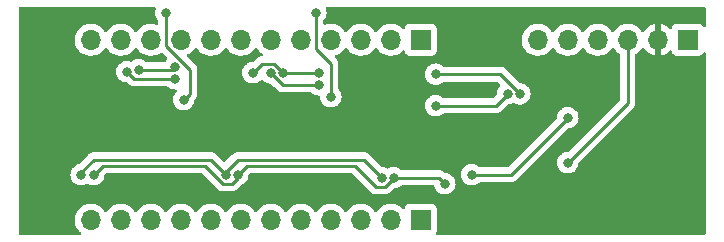
<source format=gbr>
%TF.GenerationSoftware,KiCad,Pcbnew,(6.0.0-0)*%
%TF.CreationDate,2022-07-05T21:18:15-04:00*%
%TF.ProjectId,VGA,5647412e-6b69-4636-9164-5f7063625858,rev?*%
%TF.SameCoordinates,Original*%
%TF.FileFunction,Copper,L2,Bot*%
%TF.FilePolarity,Positive*%
%FSLAX46Y46*%
G04 Gerber Fmt 4.6, Leading zero omitted, Abs format (unit mm)*
G04 Created by KiCad (PCBNEW (6.0.0-0)) date 2022-07-05 21:18:15*
%MOMM*%
%LPD*%
G01*
G04 APERTURE LIST*
%TA.AperFunction,ComponentPad*%
%ADD10R,1.700000X1.700000*%
%TD*%
%TA.AperFunction,ComponentPad*%
%ADD11O,1.700000X1.700000*%
%TD*%
%TA.AperFunction,ViaPad*%
%ADD12C,0.800000*%
%TD*%
%TA.AperFunction,Conductor*%
%ADD13C,0.250000*%
%TD*%
G04 APERTURE END LIST*
D10*
%TO.P,J1,1,Pin_1*%
%TO.N,/D0*%
X135636000Y-85598000D03*
D11*
%TO.P,J1,2,Pin_2*%
%TO.N,/D1*%
X133096000Y-85598000D03*
%TO.P,J1,3,Pin_3*%
%TO.N,/D2*%
X130556000Y-85598000D03*
%TO.P,J1,4,Pin_4*%
%TO.N,/D3*%
X128016000Y-85598000D03*
%TO.P,J1,5,Pin_5*%
%TO.N,/D4*%
X125476000Y-85598000D03*
%TO.P,J1,6,Pin_6*%
%TO.N,/D5*%
X122936000Y-85598000D03*
%TO.P,J1,7,Pin_7*%
%TO.N,/D6*%
X120396000Y-85598000D03*
%TO.P,J1,8,Pin_8*%
%TO.N,/D7*%
X117856000Y-85598000D03*
%TO.P,J1,9,Pin_9*%
%TO.N,/D8*%
X115316000Y-85598000D03*
%TO.P,J1,10,Pin_10*%
%TO.N,/D9*%
X112776000Y-85598000D03*
%TO.P,J1,11,Pin_11*%
%TO.N,/D10*%
X110236000Y-85598000D03*
%TO.P,J1,12,Pin_12*%
%TO.N,/D11*%
X107696000Y-85598000D03*
%TD*%
D10*
%TO.P,J2,1,Pin_1*%
%TO.N,/Q0*%
X135636000Y-70358000D03*
D11*
%TO.P,J2,2,Pin_2*%
%TO.N,/Q1*%
X133096000Y-70358000D03*
%TO.P,J2,3,Pin_3*%
%TO.N,/Q2*%
X130556000Y-70358000D03*
%TO.P,J2,4,Pin_4*%
%TO.N,/Q3*%
X128016000Y-70358000D03*
%TO.P,J2,5,Pin_5*%
%TO.N,/Q4*%
X125476000Y-70358000D03*
%TO.P,J2,6,Pin_6*%
%TO.N,/Q5*%
X122936000Y-70358000D03*
%TO.P,J2,7,Pin_7*%
%TO.N,/Q6*%
X120396000Y-70358000D03*
%TO.P,J2,8,Pin_8*%
%TO.N,/Q7*%
X117856000Y-70358000D03*
%TO.P,J2,9,Pin_9*%
%TO.N,/Q8*%
X115316000Y-70358000D03*
%TO.P,J2,10,Pin_10*%
%TO.N,/Q9*%
X112776000Y-70358000D03*
%TO.P,J2,11,Pin_11*%
%TO.N,/Q10*%
X110236000Y-70358000D03*
%TO.P,J2,12,Pin_12*%
%TO.N,/Q11*%
X107696000Y-70358000D03*
%TD*%
D10*
%TO.P,J3,1,Pin_1*%
%TO.N,VCC*%
X158242000Y-70358000D03*
D11*
%TO.P,J3,2,Pin_2*%
%TO.N,GND*%
X155702000Y-70358000D03*
%TO.P,J3,3,Pin_3*%
%TO.N,/CLOCK*%
X153162000Y-70358000D03*
%TO.P,J3,4,Pin_4*%
%TO.N,/~{RESET}*%
X150622000Y-70358000D03*
%TO.P,J3,5,Pin_5*%
%TO.N,/~{LOAD}*%
X148082000Y-70358000D03*
%TO.P,J3,6,Pin_6*%
%TO.N,/EN*%
X145542000Y-70358000D03*
%TD*%
D12*
%TO.N,VCC*%
X114046000Y-68072000D03*
X128016000Y-75184000D03*
X126746000Y-68072000D03*
X115570000Y-75438000D03*
%TO.N,GND*%
X111506000Y-78740000D03*
X117094000Y-77724000D03*
X104648000Y-77724000D03*
X130048000Y-77724000D03*
X137023500Y-78967191D03*
X123984056Y-78984235D03*
%TO.N,/CLOCK*%
X148082000Y-80772000D03*
X133350000Y-82042000D03*
X137668000Y-82550000D03*
X107950000Y-81788000D03*
X120142000Y-81788000D03*
%TO.N,/~{RESET}*%
X148082000Y-76962000D03*
X106877346Y-81786367D03*
X119142514Y-81782393D03*
X139954000Y-81788000D03*
X132329701Y-82037701D03*
%TO.N,/~{LOAD}*%
X144022299Y-74934299D03*
X127000000Y-73152000D03*
X121412000Y-73152000D03*
X123952000Y-73152000D03*
X136906000Y-73270500D03*
X114808000Y-72644000D03*
X111760000Y-72898000D03*
%TO.N,/EN*%
X143002000Y-74930000D03*
X136906000Y-75946000D03*
%TO.N,Net-(U1-Pad15)*%
X127000000Y-74168000D03*
X122939949Y-73164548D03*
%TO.N,Net-(U2-Pad15)*%
X110764204Y-73066001D03*
X114831532Y-73660000D03*
%TD*%
D13*
%TO.N,VCC*%
X128016000Y-72390000D02*
X128016000Y-75184000D01*
X126746000Y-68072000D02*
X126746000Y-71120000D01*
X126746000Y-71120000D02*
X128016000Y-72390000D01*
X116078000Y-74930000D02*
X115570000Y-75438000D01*
X114046000Y-68072000D02*
X114046000Y-70857400D01*
X116078000Y-72889400D02*
X116078000Y-74930000D01*
X114046000Y-70857400D02*
X116078000Y-72889400D01*
%TO.N,/CLOCK*%
X131826000Y-82804000D02*
X132334000Y-82804000D01*
X132334000Y-82804000D02*
X132588000Y-82804000D01*
X148082000Y-80772000D02*
X153162000Y-75692000D01*
X120904000Y-81026000D02*
X130048000Y-81026000D01*
X131064000Y-82042000D02*
X131826000Y-82804000D01*
X107950000Y-81788000D02*
X108712000Y-81026000D01*
X120142000Y-81788000D02*
X120904000Y-81026000D01*
X153162000Y-75692000D02*
X153162000Y-70358000D01*
X118110000Y-81788000D02*
X118872000Y-82550000D01*
X133350000Y-82042000D02*
X137160000Y-82042000D01*
X132588000Y-82804000D02*
X133350000Y-82042000D01*
X130048000Y-81026000D02*
X131064000Y-82042000D01*
X108712000Y-81026000D02*
X117348000Y-81026000D01*
X137160000Y-82042000D02*
X137668000Y-82550000D01*
X120142000Y-82042000D02*
X120142000Y-81788000D01*
X119634000Y-82550000D02*
X120142000Y-82042000D01*
X117348000Y-81026000D02*
X118110000Y-81788000D01*
X118872000Y-82550000D02*
X119634000Y-82550000D01*
%TO.N,/~{RESET}*%
X119142514Y-81782393D02*
X119142514Y-81517486D01*
X106877346Y-81590654D02*
X107950000Y-80518000D01*
X148082000Y-76962000D02*
X143256000Y-81788000D01*
X107950000Y-80518000D02*
X117878121Y-80518000D01*
X143256000Y-81788000D02*
X139954000Y-81788000D01*
X117878121Y-80518000D02*
X119142514Y-81782393D01*
X120142000Y-80518000D02*
X130810000Y-80518000D01*
X119142514Y-81517486D02*
X120142000Y-80518000D01*
X130810000Y-80518000D02*
X132329701Y-82037701D01*
%TO.N,/~{LOAD}*%
X144022299Y-74925699D02*
X144022299Y-74934299D01*
X142367100Y-73270500D02*
X144022299Y-74925699D01*
X111760000Y-72898000D02*
X114554000Y-72898000D01*
X114554000Y-72898000D02*
X114808000Y-72644000D01*
X123952000Y-73152000D02*
X127000000Y-73152000D01*
X123952000Y-73152000D02*
X123190000Y-72390000D01*
X123190000Y-72390000D02*
X122174000Y-72390000D01*
X136906000Y-73270500D02*
X142367100Y-73270500D01*
X121412000Y-73152000D02*
X122174000Y-72390000D01*
%TO.N,/EN*%
X136906000Y-75946000D02*
X141986000Y-75946000D01*
X141986000Y-75946000D02*
X143002000Y-74930000D01*
%TO.N,Net-(U1-Pad15)*%
X123943400Y-74168000D02*
X127000000Y-74168000D01*
X122939949Y-73164548D02*
X123943400Y-74168000D01*
%TO.N,Net-(U2-Pad15)*%
X111358203Y-73660000D02*
X114831532Y-73660000D01*
X110764204Y-73066001D02*
X111358203Y-73660000D01*
%TD*%
%TA.AperFunction,Conductor*%
%TO.N,GND*%
G36*
X113150503Y-67584002D02*
G01*
X113196996Y-67637658D01*
X113207100Y-67707932D01*
X113202215Y-67728936D01*
X113152458Y-67882072D01*
X113132496Y-68072000D01*
X113152458Y-68261928D01*
X113211473Y-68443556D01*
X113306960Y-68608944D01*
X113380137Y-68690215D01*
X113410853Y-68754221D01*
X113412500Y-68774524D01*
X113412500Y-68963871D01*
X113392498Y-69031992D01*
X113338842Y-69078485D01*
X113268568Y-69088589D01*
X113244440Y-69082644D01*
X113232696Y-69078485D01*
X113173111Y-69057385D01*
X113129087Y-69041795D01*
X113129083Y-69041794D01*
X113124212Y-69040069D01*
X113119119Y-69039162D01*
X113119116Y-69039161D01*
X112909373Y-69001800D01*
X112909367Y-69001799D01*
X112904284Y-69000894D01*
X112830452Y-68999992D01*
X112686081Y-68998228D01*
X112686079Y-68998228D01*
X112680911Y-68998165D01*
X112460091Y-69031955D01*
X112247756Y-69101357D01*
X112049607Y-69204507D01*
X112045474Y-69207610D01*
X112045471Y-69207612D01*
X111914621Y-69305857D01*
X111870965Y-69338635D01*
X111845546Y-69365234D01*
X111777280Y-69436671D01*
X111716629Y-69500138D01*
X111609201Y-69657621D01*
X111554293Y-69702621D01*
X111483768Y-69710792D01*
X111420021Y-69679538D01*
X111399324Y-69655054D01*
X111318822Y-69530617D01*
X111318820Y-69530614D01*
X111316014Y-69526277D01*
X111165670Y-69361051D01*
X111161619Y-69357852D01*
X111161615Y-69357848D01*
X110994414Y-69225800D01*
X110994410Y-69225798D01*
X110990359Y-69222598D01*
X110954028Y-69202542D01*
X110915256Y-69181139D01*
X110794789Y-69114638D01*
X110789920Y-69112914D01*
X110789916Y-69112912D01*
X110589087Y-69041795D01*
X110589083Y-69041794D01*
X110584212Y-69040069D01*
X110579119Y-69039162D01*
X110579116Y-69039161D01*
X110369373Y-69001800D01*
X110369367Y-69001799D01*
X110364284Y-69000894D01*
X110290452Y-68999992D01*
X110146081Y-68998228D01*
X110146079Y-68998228D01*
X110140911Y-68998165D01*
X109920091Y-69031955D01*
X109707756Y-69101357D01*
X109509607Y-69204507D01*
X109505474Y-69207610D01*
X109505471Y-69207612D01*
X109374621Y-69305857D01*
X109330965Y-69338635D01*
X109305546Y-69365234D01*
X109237280Y-69436671D01*
X109176629Y-69500138D01*
X109069201Y-69657621D01*
X109014293Y-69702621D01*
X108943768Y-69710792D01*
X108880021Y-69679538D01*
X108859324Y-69655054D01*
X108778822Y-69530617D01*
X108778820Y-69530614D01*
X108776014Y-69526277D01*
X108625670Y-69361051D01*
X108621619Y-69357852D01*
X108621615Y-69357848D01*
X108454414Y-69225800D01*
X108454410Y-69225798D01*
X108450359Y-69222598D01*
X108414028Y-69202542D01*
X108375256Y-69181139D01*
X108254789Y-69114638D01*
X108249920Y-69112914D01*
X108249916Y-69112912D01*
X108049087Y-69041795D01*
X108049083Y-69041794D01*
X108044212Y-69040069D01*
X108039119Y-69039162D01*
X108039116Y-69039161D01*
X107829373Y-69001800D01*
X107829367Y-69001799D01*
X107824284Y-69000894D01*
X107750452Y-68999992D01*
X107606081Y-68998228D01*
X107606079Y-68998228D01*
X107600911Y-68998165D01*
X107380091Y-69031955D01*
X107167756Y-69101357D01*
X106969607Y-69204507D01*
X106965474Y-69207610D01*
X106965471Y-69207612D01*
X106834621Y-69305857D01*
X106790965Y-69338635D01*
X106765546Y-69365234D01*
X106697280Y-69436671D01*
X106636629Y-69500138D01*
X106510743Y-69684680D01*
X106416688Y-69887305D01*
X106356989Y-70102570D01*
X106333251Y-70324695D01*
X106346110Y-70547715D01*
X106347247Y-70552761D01*
X106347248Y-70552767D01*
X106368275Y-70646069D01*
X106395222Y-70765639D01*
X106479266Y-70972616D01*
X106516685Y-71033678D01*
X106593291Y-71158688D01*
X106595987Y-71163088D01*
X106742250Y-71331938D01*
X106914126Y-71474632D01*
X107107000Y-71587338D01*
X107315692Y-71667030D01*
X107320760Y-71668061D01*
X107320763Y-71668062D01*
X107415862Y-71687410D01*
X107534597Y-71711567D01*
X107539772Y-71711757D01*
X107539774Y-71711757D01*
X107752673Y-71719564D01*
X107752677Y-71719564D01*
X107757837Y-71719753D01*
X107762957Y-71719097D01*
X107762959Y-71719097D01*
X107974288Y-71692025D01*
X107974289Y-71692025D01*
X107979416Y-71691368D01*
X107984366Y-71689883D01*
X108188429Y-71628661D01*
X108188434Y-71628659D01*
X108193384Y-71627174D01*
X108393994Y-71528896D01*
X108575860Y-71399173D01*
X108734096Y-71241489D01*
X108793594Y-71158689D01*
X108864453Y-71060077D01*
X108865776Y-71061028D01*
X108912645Y-71017857D01*
X108982580Y-71005625D01*
X109048026Y-71033144D01*
X109075875Y-71064994D01*
X109135987Y-71163088D01*
X109282250Y-71331938D01*
X109454126Y-71474632D01*
X109647000Y-71587338D01*
X109855692Y-71667030D01*
X109860760Y-71668061D01*
X109860763Y-71668062D01*
X109955862Y-71687410D01*
X110074597Y-71711567D01*
X110079772Y-71711757D01*
X110079774Y-71711757D01*
X110292673Y-71719564D01*
X110292677Y-71719564D01*
X110297837Y-71719753D01*
X110302957Y-71719097D01*
X110302959Y-71719097D01*
X110514288Y-71692025D01*
X110514289Y-71692025D01*
X110519416Y-71691368D01*
X110524366Y-71689883D01*
X110728429Y-71628661D01*
X110728434Y-71628659D01*
X110733384Y-71627174D01*
X110933994Y-71528896D01*
X111115860Y-71399173D01*
X111274096Y-71241489D01*
X111333594Y-71158689D01*
X111404453Y-71060077D01*
X111405776Y-71061028D01*
X111452645Y-71017857D01*
X111522580Y-71005625D01*
X111588026Y-71033144D01*
X111615875Y-71064994D01*
X111675987Y-71163088D01*
X111822250Y-71331938D01*
X111994126Y-71474632D01*
X112187000Y-71587338D01*
X112395692Y-71667030D01*
X112400760Y-71668061D01*
X112400763Y-71668062D01*
X112495862Y-71687410D01*
X112614597Y-71711567D01*
X112619772Y-71711757D01*
X112619774Y-71711757D01*
X112832673Y-71719564D01*
X112832677Y-71719564D01*
X112837837Y-71719753D01*
X112842957Y-71719097D01*
X112842959Y-71719097D01*
X113054288Y-71692025D01*
X113054289Y-71692025D01*
X113059416Y-71691368D01*
X113064366Y-71689883D01*
X113268429Y-71628661D01*
X113268434Y-71628659D01*
X113273384Y-71627174D01*
X113473994Y-71528896D01*
X113590041Y-71446121D01*
X113657112Y-71422849D01*
X113726120Y-71439532D01*
X113752302Y-71459606D01*
X114141140Y-71848444D01*
X114175166Y-71910756D01*
X114170101Y-71981571D01*
X114145684Y-72021846D01*
X114068960Y-72107056D01*
X114027498Y-72178870D01*
X114014432Y-72201501D01*
X113963049Y-72250494D01*
X113905313Y-72264500D01*
X112468200Y-72264500D01*
X112400079Y-72244498D01*
X112380853Y-72228157D01*
X112380580Y-72228460D01*
X112375668Y-72224037D01*
X112371253Y-72219134D01*
X112286423Y-72157501D01*
X112222094Y-72110763D01*
X112222093Y-72110762D01*
X112216752Y-72106882D01*
X112210724Y-72104198D01*
X112210722Y-72104197D01*
X112048319Y-72031891D01*
X112048318Y-72031891D01*
X112042288Y-72029206D01*
X111948888Y-72009353D01*
X111861944Y-71990872D01*
X111861939Y-71990872D01*
X111855487Y-71989500D01*
X111664513Y-71989500D01*
X111658061Y-71990872D01*
X111658056Y-71990872D01*
X111571112Y-72009353D01*
X111477712Y-72029206D01*
X111471682Y-72031891D01*
X111471681Y-72031891D01*
X111309278Y-72104197D01*
X111309276Y-72104198D01*
X111303248Y-72106882D01*
X111187457Y-72191009D01*
X111120593Y-72214866D01*
X111062149Y-72204178D01*
X111052528Y-72199894D01*
X111052525Y-72199893D01*
X111046492Y-72197207D01*
X110960224Y-72178870D01*
X110866148Y-72158873D01*
X110866143Y-72158873D01*
X110859691Y-72157501D01*
X110668717Y-72157501D01*
X110662265Y-72158873D01*
X110662260Y-72158873D01*
X110575316Y-72177354D01*
X110481916Y-72197207D01*
X110475886Y-72199892D01*
X110475885Y-72199892D01*
X110313482Y-72272198D01*
X110313480Y-72272199D01*
X110307452Y-72274883D01*
X110152951Y-72387135D01*
X110148530Y-72392045D01*
X110148529Y-72392046D01*
X110034670Y-72518500D01*
X110025164Y-72529057D01*
X109994723Y-72581783D01*
X109935724Y-72683972D01*
X109929677Y-72694445D01*
X109870662Y-72876073D01*
X109869972Y-72882634D01*
X109869972Y-72882636D01*
X109862283Y-72955794D01*
X109850700Y-73066001D01*
X109870662Y-73255929D01*
X109929677Y-73437557D01*
X109932980Y-73443279D01*
X109932981Y-73443280D01*
X109946506Y-73466706D01*
X110025164Y-73602945D01*
X110029582Y-73607852D01*
X110029583Y-73607853D01*
X110144635Y-73735631D01*
X110152951Y-73744867D01*
X110307452Y-73857119D01*
X110313480Y-73859803D01*
X110313482Y-73859804D01*
X110457674Y-73924002D01*
X110481916Y-73934795D01*
X110568716Y-73953245D01*
X110662260Y-73973129D01*
X110662265Y-73973129D01*
X110668717Y-73974501D01*
X110724610Y-73974501D01*
X110792731Y-73994503D01*
X110813705Y-74011406D01*
X110854546Y-74052247D01*
X110862090Y-74060537D01*
X110866203Y-74067018D01*
X110871980Y-74072443D01*
X110915870Y-74113658D01*
X110918712Y-74116413D01*
X110938433Y-74136134D01*
X110941628Y-74138612D01*
X110950650Y-74146318D01*
X110982882Y-74176586D01*
X110989831Y-74180406D01*
X111000635Y-74186346D01*
X111017159Y-74197199D01*
X111033162Y-74209613D01*
X111073746Y-74227176D01*
X111084376Y-74232383D01*
X111123143Y-74253695D01*
X111130820Y-74255666D01*
X111130825Y-74255668D01*
X111142761Y-74258732D01*
X111161469Y-74265137D01*
X111180058Y-74273181D01*
X111187883Y-74274420D01*
X111187885Y-74274421D01*
X111223722Y-74280097D01*
X111235343Y-74282504D01*
X111270492Y-74291528D01*
X111278173Y-74293500D01*
X111298434Y-74293500D01*
X111318143Y-74295051D01*
X111338146Y-74298219D01*
X111346038Y-74297473D01*
X111351265Y-74296979D01*
X111382157Y-74294059D01*
X111394014Y-74293500D01*
X114123332Y-74293500D01*
X114191453Y-74313502D01*
X114210679Y-74329843D01*
X114210952Y-74329540D01*
X114215864Y-74333963D01*
X114220279Y-74338866D01*
X114374780Y-74451118D01*
X114380808Y-74453802D01*
X114380810Y-74453803D01*
X114488567Y-74501779D01*
X114549244Y-74528794D01*
X114642645Y-74548647D01*
X114729588Y-74567128D01*
X114729593Y-74567128D01*
X114736045Y-74568500D01*
X114847395Y-74568500D01*
X114915516Y-74588502D01*
X114962009Y-74642158D01*
X114972113Y-74712432D01*
X114941032Y-74778808D01*
X114830960Y-74901056D01*
X114814249Y-74930000D01*
X114739994Y-75058614D01*
X114735473Y-75066444D01*
X114676458Y-75248072D01*
X114675768Y-75254633D01*
X114675768Y-75254635D01*
X114663548Y-75370905D01*
X114656496Y-75438000D01*
X114676458Y-75627928D01*
X114735473Y-75809556D01*
X114738776Y-75815278D01*
X114738777Y-75815279D01*
X114745242Y-75826476D01*
X114830960Y-75974944D01*
X114835378Y-75979851D01*
X114835379Y-75979852D01*
X114954325Y-76111955D01*
X114958747Y-76116866D01*
X115113248Y-76229118D01*
X115119276Y-76231802D01*
X115119278Y-76231803D01*
X115281681Y-76304109D01*
X115287712Y-76306794D01*
X115381112Y-76326647D01*
X115468056Y-76345128D01*
X115468061Y-76345128D01*
X115474513Y-76346500D01*
X115665487Y-76346500D01*
X115671939Y-76345128D01*
X115671944Y-76345128D01*
X115758888Y-76326647D01*
X115852288Y-76306794D01*
X115858319Y-76304109D01*
X116020722Y-76231803D01*
X116020724Y-76231802D01*
X116026752Y-76229118D01*
X116181253Y-76116866D01*
X116185675Y-76111955D01*
X116304621Y-75979852D01*
X116304622Y-75979851D01*
X116309040Y-75974944D01*
X116394758Y-75826476D01*
X116401223Y-75815279D01*
X116401224Y-75815278D01*
X116404527Y-75809556D01*
X116463542Y-75627928D01*
X116480775Y-75463968D01*
X116507787Y-75398313D01*
X116514228Y-75390895D01*
X116531660Y-75372331D01*
X116534413Y-75369491D01*
X116554134Y-75349770D01*
X116556612Y-75346575D01*
X116564318Y-75337553D01*
X116589158Y-75311101D01*
X116594586Y-75305321D01*
X116600732Y-75294142D01*
X116604346Y-75287568D01*
X116615199Y-75271045D01*
X116618233Y-75267134D01*
X116627613Y-75255041D01*
X116645176Y-75214457D01*
X116650383Y-75203827D01*
X116671695Y-75165060D01*
X116673666Y-75157383D01*
X116673668Y-75157378D01*
X116676732Y-75145442D01*
X116683138Y-75126730D01*
X116684222Y-75124227D01*
X116691181Y-75108145D01*
X116696082Y-75077206D01*
X116698097Y-75064481D01*
X116700504Y-75052860D01*
X116709528Y-75017711D01*
X116709528Y-75017710D01*
X116711500Y-75010030D01*
X116711500Y-74989769D01*
X116713051Y-74970058D01*
X116714359Y-74961803D01*
X116716219Y-74950057D01*
X116712059Y-74906046D01*
X116711500Y-74894189D01*
X116711500Y-72968167D01*
X116712027Y-72956984D01*
X116713702Y-72949491D01*
X116711934Y-72893221D01*
X116711562Y-72881401D01*
X116711500Y-72877443D01*
X116711500Y-72849544D01*
X116710996Y-72845553D01*
X116710063Y-72833711D01*
X116709534Y-72816857D01*
X116708674Y-72789511D01*
X116706462Y-72781897D01*
X116706461Y-72781892D01*
X116703023Y-72770059D01*
X116699012Y-72750695D01*
X116698186Y-72744152D01*
X116696474Y-72730603D01*
X116693557Y-72723236D01*
X116693556Y-72723231D01*
X116680198Y-72689492D01*
X116676354Y-72678265D01*
X116668258Y-72650401D01*
X116664018Y-72635807D01*
X116659697Y-72628500D01*
X116653707Y-72618372D01*
X116645012Y-72600624D01*
X116637552Y-72581783D01*
X116611564Y-72546013D01*
X116605048Y-72536093D01*
X116586580Y-72504865D01*
X116586578Y-72504862D01*
X116582542Y-72498038D01*
X116568221Y-72483717D01*
X116555380Y-72468683D01*
X116548131Y-72458706D01*
X116543472Y-72452293D01*
X116509395Y-72424102D01*
X116500616Y-72416112D01*
X115869796Y-71785292D01*
X115835770Y-71722980D01*
X115840835Y-71652165D01*
X115883382Y-71595329D01*
X115903446Y-71583053D01*
X116013994Y-71528896D01*
X116195860Y-71399173D01*
X116354096Y-71241489D01*
X116413594Y-71158689D01*
X116484453Y-71060077D01*
X116485776Y-71061028D01*
X116532645Y-71017857D01*
X116602580Y-71005625D01*
X116668026Y-71033144D01*
X116695875Y-71064994D01*
X116755987Y-71163088D01*
X116902250Y-71331938D01*
X117074126Y-71474632D01*
X117267000Y-71587338D01*
X117475692Y-71667030D01*
X117480760Y-71668061D01*
X117480763Y-71668062D01*
X117575862Y-71687410D01*
X117694597Y-71711567D01*
X117699772Y-71711757D01*
X117699774Y-71711757D01*
X117912673Y-71719564D01*
X117912677Y-71719564D01*
X117917837Y-71719753D01*
X117922957Y-71719097D01*
X117922959Y-71719097D01*
X118134288Y-71692025D01*
X118134289Y-71692025D01*
X118139416Y-71691368D01*
X118144366Y-71689883D01*
X118348429Y-71628661D01*
X118348434Y-71628659D01*
X118353384Y-71627174D01*
X118553994Y-71528896D01*
X118735860Y-71399173D01*
X118894096Y-71241489D01*
X118953594Y-71158689D01*
X119024453Y-71060077D01*
X119025776Y-71061028D01*
X119072645Y-71017857D01*
X119142580Y-71005625D01*
X119208026Y-71033144D01*
X119235875Y-71064994D01*
X119295987Y-71163088D01*
X119442250Y-71331938D01*
X119614126Y-71474632D01*
X119807000Y-71587338D01*
X120015692Y-71667030D01*
X120020760Y-71668061D01*
X120020763Y-71668062D01*
X120115862Y-71687410D01*
X120234597Y-71711567D01*
X120239772Y-71711757D01*
X120239774Y-71711757D01*
X120452673Y-71719564D01*
X120452677Y-71719564D01*
X120457837Y-71719753D01*
X120462957Y-71719097D01*
X120462959Y-71719097D01*
X120674288Y-71692025D01*
X120674289Y-71692025D01*
X120679416Y-71691368D01*
X120684366Y-71689883D01*
X120888429Y-71628661D01*
X120888434Y-71628659D01*
X120893384Y-71627174D01*
X121093994Y-71528896D01*
X121275860Y-71399173D01*
X121434096Y-71241489D01*
X121493594Y-71158689D01*
X121564453Y-71060077D01*
X121565776Y-71061028D01*
X121612645Y-71017857D01*
X121682580Y-71005625D01*
X121748026Y-71033144D01*
X121775875Y-71064994D01*
X121835987Y-71163088D01*
X121982250Y-71331938D01*
X122154126Y-71474632D01*
X122234232Y-71521442D01*
X122282955Y-71573079D01*
X122296026Y-71642862D01*
X122269295Y-71708634D01*
X122211248Y-71749513D01*
X122174622Y-71756167D01*
X122171025Y-71756280D01*
X122165998Y-71756438D01*
X122162044Y-71756500D01*
X122134144Y-71756500D01*
X122130154Y-71757004D01*
X122118320Y-71757936D01*
X122074111Y-71759326D01*
X122066497Y-71761538D01*
X122066492Y-71761539D01*
X122054659Y-71764977D01*
X122035296Y-71768988D01*
X122015203Y-71771526D01*
X122007836Y-71774443D01*
X122007831Y-71774444D01*
X121974092Y-71787802D01*
X121962865Y-71791646D01*
X121920407Y-71803982D01*
X121913581Y-71808019D01*
X121902972Y-71814293D01*
X121885224Y-71822988D01*
X121866383Y-71830448D01*
X121859967Y-71835110D01*
X121859966Y-71835110D01*
X121830613Y-71856436D01*
X121820693Y-71862952D01*
X121789465Y-71881420D01*
X121789462Y-71881422D01*
X121782638Y-71885458D01*
X121768317Y-71899779D01*
X121753284Y-71912619D01*
X121736893Y-71924528D01*
X121731840Y-71930636D01*
X121708708Y-71958598D01*
X121700718Y-71967378D01*
X121461501Y-72206595D01*
X121399189Y-72240621D01*
X121372406Y-72243500D01*
X121316513Y-72243500D01*
X121310061Y-72244872D01*
X121310056Y-72244872D01*
X121233538Y-72261137D01*
X121129712Y-72283206D01*
X121123682Y-72285891D01*
X121123681Y-72285891D01*
X120961278Y-72358197D01*
X120961276Y-72358198D01*
X120955248Y-72360882D01*
X120949907Y-72364762D01*
X120949906Y-72364763D01*
X120926162Y-72382014D01*
X120800747Y-72473134D01*
X120796326Y-72478044D01*
X120796325Y-72478045D01*
X120685965Y-72600613D01*
X120672960Y-72615056D01*
X120646742Y-72660467D01*
X120601243Y-72739274D01*
X120577473Y-72780444D01*
X120518458Y-72962072D01*
X120517768Y-72968633D01*
X120517768Y-72968635D01*
X120499186Y-73145435D01*
X120498496Y-73152000D01*
X120518458Y-73341928D01*
X120577473Y-73523556D01*
X120672960Y-73688944D01*
X120677378Y-73693851D01*
X120677379Y-73693852D01*
X120747310Y-73771518D01*
X120800747Y-73830866D01*
X120955248Y-73943118D01*
X120961276Y-73945802D01*
X120961278Y-73945803D01*
X121058063Y-73988894D01*
X121129712Y-74020794D01*
X121223113Y-74040647D01*
X121310056Y-74059128D01*
X121310061Y-74059128D01*
X121316513Y-74060500D01*
X121507487Y-74060500D01*
X121513939Y-74059128D01*
X121513944Y-74059128D01*
X121600887Y-74040647D01*
X121694288Y-74020794D01*
X121765937Y-73988894D01*
X121862722Y-73945803D01*
X121862724Y-73945802D01*
X121868752Y-73943118D01*
X122023253Y-73830866D01*
X122076689Y-73771519D01*
X122137135Y-73734279D01*
X122208118Y-73735631D01*
X122263960Y-73771517D01*
X122328696Y-73843414D01*
X122351255Y-73859804D01*
X122460585Y-73939237D01*
X122483197Y-73955666D01*
X122489225Y-73958350D01*
X122489227Y-73958351D01*
X122651630Y-74030657D01*
X122657661Y-74033342D01*
X122746602Y-74052247D01*
X122838005Y-74071676D01*
X122838010Y-74071676D01*
X122844462Y-74073048D01*
X122900353Y-74073048D01*
X122968474Y-74093050D01*
X122989449Y-74109953D01*
X123216456Y-74336961D01*
X123439753Y-74560258D01*
X123447287Y-74568537D01*
X123451400Y-74575018D01*
X123501051Y-74621643D01*
X123503893Y-74624398D01*
X123523630Y-74644135D01*
X123526827Y-74646615D01*
X123535847Y-74654318D01*
X123568079Y-74684586D01*
X123575025Y-74688405D01*
X123575028Y-74688407D01*
X123585834Y-74694348D01*
X123602353Y-74705199D01*
X123618359Y-74717614D01*
X123625628Y-74720759D01*
X123625632Y-74720762D01*
X123658937Y-74735174D01*
X123669587Y-74740391D01*
X123708340Y-74761695D01*
X123716015Y-74763666D01*
X123716016Y-74763666D01*
X123727962Y-74766733D01*
X123746667Y-74773137D01*
X123765255Y-74781181D01*
X123773078Y-74782420D01*
X123773088Y-74782423D01*
X123808924Y-74788099D01*
X123820544Y-74790505D01*
X123855689Y-74799528D01*
X123863370Y-74801500D01*
X123883624Y-74801500D01*
X123903334Y-74803051D01*
X123923343Y-74806220D01*
X123931235Y-74805474D01*
X123967361Y-74802059D01*
X123979219Y-74801500D01*
X126291800Y-74801500D01*
X126359921Y-74821502D01*
X126379147Y-74837843D01*
X126379420Y-74837540D01*
X126384332Y-74841963D01*
X126388747Y-74846866D01*
X126394086Y-74850745D01*
X126530777Y-74950057D01*
X126543248Y-74959118D01*
X126549276Y-74961802D01*
X126549278Y-74961803D01*
X126711681Y-75034109D01*
X126717712Y-75036794D01*
X126811113Y-75056647D01*
X126898056Y-75075128D01*
X126898061Y-75075128D01*
X126904513Y-75076500D01*
X126977746Y-75076500D01*
X127045867Y-75096502D01*
X127092360Y-75150158D01*
X127103056Y-75189329D01*
X127119591Y-75346647D01*
X127122458Y-75373928D01*
X127181473Y-75555556D01*
X127276960Y-75720944D01*
X127281378Y-75725851D01*
X127281379Y-75725852D01*
X127400325Y-75857955D01*
X127404747Y-75862866D01*
X127414766Y-75870145D01*
X127546426Y-75965802D01*
X127559248Y-75975118D01*
X127565276Y-75977802D01*
X127565278Y-75977803D01*
X127727681Y-76050109D01*
X127733712Y-76052794D01*
X127802056Y-76067321D01*
X127914056Y-76091128D01*
X127914061Y-76091128D01*
X127920513Y-76092500D01*
X128111487Y-76092500D01*
X128117939Y-76091128D01*
X128117944Y-76091128D01*
X128229944Y-76067321D01*
X128298288Y-76052794D01*
X128304319Y-76050109D01*
X128466722Y-75977803D01*
X128466724Y-75977802D01*
X128472752Y-75975118D01*
X128485575Y-75965802D01*
X128512830Y-75946000D01*
X135992496Y-75946000D01*
X135993186Y-75952565D01*
X136010863Y-76120749D01*
X136012458Y-76135928D01*
X136071473Y-76317556D01*
X136166960Y-76482944D01*
X136171378Y-76487851D01*
X136171379Y-76487852D01*
X136253452Y-76579003D01*
X136294747Y-76624866D01*
X136449248Y-76737118D01*
X136455276Y-76739802D01*
X136455278Y-76739803D01*
X136527756Y-76772072D01*
X136623712Y-76814794D01*
X136717112Y-76834647D01*
X136804056Y-76853128D01*
X136804061Y-76853128D01*
X136810513Y-76854500D01*
X137001487Y-76854500D01*
X137007939Y-76853128D01*
X137007944Y-76853128D01*
X137094888Y-76834647D01*
X137188288Y-76814794D01*
X137284244Y-76772072D01*
X137356722Y-76739803D01*
X137356724Y-76739802D01*
X137362752Y-76737118D01*
X137517253Y-76624866D01*
X137521668Y-76619963D01*
X137526580Y-76615540D01*
X137527705Y-76616789D01*
X137581014Y-76583949D01*
X137614200Y-76579500D01*
X141907233Y-76579500D01*
X141918416Y-76580027D01*
X141925909Y-76581702D01*
X141933835Y-76581453D01*
X141933836Y-76581453D01*
X141993986Y-76579562D01*
X141997945Y-76579500D01*
X142025856Y-76579500D01*
X142029791Y-76579003D01*
X142029856Y-76578995D01*
X142041693Y-76578062D01*
X142073951Y-76577048D01*
X142077970Y-76576922D01*
X142085889Y-76576673D01*
X142105343Y-76571021D01*
X142124700Y-76567013D01*
X142136930Y-76565468D01*
X142136931Y-76565468D01*
X142144797Y-76564474D01*
X142152168Y-76561555D01*
X142152170Y-76561555D01*
X142185912Y-76548196D01*
X142197142Y-76544351D01*
X142231983Y-76534229D01*
X142231984Y-76534229D01*
X142239593Y-76532018D01*
X142246412Y-76527985D01*
X142246417Y-76527983D01*
X142257028Y-76521707D01*
X142274776Y-76513012D01*
X142293617Y-76505552D01*
X142329387Y-76479564D01*
X142339307Y-76473048D01*
X142370535Y-76454580D01*
X142370538Y-76454578D01*
X142377362Y-76450542D01*
X142391683Y-76436221D01*
X142406717Y-76423380D01*
X142423107Y-76411472D01*
X142428157Y-76405368D01*
X142428162Y-76405363D01*
X142451293Y-76377402D01*
X142459283Y-76368621D01*
X142952501Y-75875404D01*
X143014813Y-75841379D01*
X143041596Y-75838500D01*
X143097487Y-75838500D01*
X143103939Y-75837128D01*
X143103944Y-75837128D01*
X143190888Y-75818647D01*
X143284288Y-75798794D01*
X143290315Y-75796111D01*
X143290323Y-75796108D01*
X143456975Y-75721910D01*
X143527342Y-75712476D01*
X143565360Y-75725836D01*
X143565547Y-75725417D01*
X143571573Y-75728100D01*
X143733437Y-75800166D01*
X143740011Y-75803093D01*
X143833411Y-75822946D01*
X143920355Y-75841427D01*
X143920360Y-75841427D01*
X143926812Y-75842799D01*
X144117786Y-75842799D01*
X144124238Y-75841427D01*
X144124243Y-75841427D01*
X144211187Y-75822946D01*
X144304587Y-75803093D01*
X144310618Y-75800408D01*
X144473021Y-75728102D01*
X144473023Y-75728101D01*
X144479051Y-75725417D01*
X144497440Y-75712057D01*
X144558025Y-75668039D01*
X144633552Y-75613165D01*
X144637974Y-75608254D01*
X144756920Y-75476151D01*
X144756921Y-75476150D01*
X144761339Y-75471243D01*
X144833313Y-75346581D01*
X144853522Y-75311578D01*
X144853523Y-75311577D01*
X144856826Y-75305855D01*
X144915841Y-75124227D01*
X144921002Y-75075128D01*
X144935113Y-74940864D01*
X144935803Y-74934299D01*
X144922211Y-74804980D01*
X144916531Y-74750934D01*
X144916531Y-74750932D01*
X144915841Y-74744371D01*
X144856826Y-74562743D01*
X144837226Y-74528794D01*
X144764640Y-74403073D01*
X144761339Y-74397355D01*
X144753054Y-74388153D01*
X144637974Y-74260344D01*
X144637973Y-74260343D01*
X144633552Y-74255433D01*
X144479051Y-74143181D01*
X144473023Y-74140497D01*
X144473021Y-74140496D01*
X144310618Y-74068190D01*
X144310617Y-74068190D01*
X144304587Y-74065505D01*
X144211186Y-74045652D01*
X144124243Y-74027171D01*
X144124238Y-74027171D01*
X144117786Y-74025799D01*
X144070493Y-74025799D01*
X144002372Y-74005797D01*
X143981398Y-73988894D01*
X143435785Y-73443280D01*
X142870752Y-72878247D01*
X142863212Y-72869961D01*
X142859100Y-72863482D01*
X142840009Y-72845554D01*
X142809449Y-72816857D01*
X142806607Y-72814102D01*
X142786870Y-72794365D01*
X142783673Y-72791885D01*
X142774651Y-72784180D01*
X142759614Y-72770059D01*
X142742421Y-72753914D01*
X142735475Y-72750095D01*
X142735472Y-72750093D01*
X142724666Y-72744152D01*
X142708147Y-72733301D01*
X142707683Y-72732941D01*
X142692141Y-72720886D01*
X142684872Y-72717741D01*
X142684868Y-72717738D01*
X142651563Y-72703326D01*
X142640913Y-72698109D01*
X142602160Y-72676805D01*
X142582537Y-72671767D01*
X142563834Y-72665363D01*
X142552520Y-72660467D01*
X142552519Y-72660467D01*
X142545245Y-72657319D01*
X142537422Y-72656080D01*
X142537412Y-72656077D01*
X142501576Y-72650401D01*
X142489956Y-72647995D01*
X142454811Y-72638972D01*
X142454810Y-72638972D01*
X142447130Y-72637000D01*
X142426876Y-72637000D01*
X142407165Y-72635449D01*
X142394986Y-72633520D01*
X142387157Y-72632280D01*
X142379265Y-72633026D01*
X142343139Y-72636441D01*
X142331281Y-72637000D01*
X137614200Y-72637000D01*
X137546079Y-72616998D01*
X137526853Y-72600657D01*
X137526580Y-72600960D01*
X137521668Y-72596537D01*
X137517253Y-72591634D01*
X137438994Y-72534775D01*
X137368094Y-72483263D01*
X137368093Y-72483262D01*
X137362752Y-72479382D01*
X137356724Y-72476698D01*
X137356722Y-72476697D01*
X137194319Y-72404391D01*
X137194318Y-72404391D01*
X137188288Y-72401706D01*
X137094888Y-72381853D01*
X137007944Y-72363372D01*
X137007939Y-72363372D01*
X137001487Y-72362000D01*
X136810513Y-72362000D01*
X136804061Y-72363372D01*
X136804056Y-72363372D01*
X136717112Y-72381853D01*
X136623712Y-72401706D01*
X136617682Y-72404391D01*
X136617681Y-72404391D01*
X136455278Y-72476697D01*
X136455276Y-72476698D01*
X136449248Y-72479382D01*
X136294747Y-72591634D01*
X136290326Y-72596544D01*
X136290325Y-72596545D01*
X136176257Y-72723231D01*
X136166960Y-72733556D01*
X136135385Y-72788245D01*
X136082741Y-72879428D01*
X136071473Y-72898944D01*
X136012458Y-73080572D01*
X135992496Y-73270500D01*
X135993186Y-73277065D01*
X136010656Y-73443280D01*
X136012458Y-73460428D01*
X136071473Y-73642056D01*
X136074776Y-73647778D01*
X136074777Y-73647779D01*
X136098544Y-73688944D01*
X136166960Y-73807444D01*
X136171378Y-73812351D01*
X136171379Y-73812352D01*
X136285627Y-73939237D01*
X136294747Y-73949366D01*
X136356873Y-73994503D01*
X136410330Y-74033342D01*
X136449248Y-74061618D01*
X136455276Y-74064302D01*
X136455278Y-74064303D01*
X136616614Y-74136134D01*
X136623712Y-74139294D01*
X136717112Y-74159147D01*
X136804056Y-74177628D01*
X136804061Y-74177628D01*
X136810513Y-74179000D01*
X137001487Y-74179000D01*
X137007939Y-74177628D01*
X137007944Y-74177628D01*
X137094888Y-74159147D01*
X137188288Y-74139294D01*
X137195386Y-74136134D01*
X137356722Y-74064303D01*
X137356724Y-74064302D01*
X137362752Y-74061618D01*
X137401671Y-74033342D01*
X137508582Y-73955666D01*
X137517253Y-73949366D01*
X137521668Y-73944463D01*
X137526580Y-73940040D01*
X137527705Y-73941289D01*
X137581014Y-73908449D01*
X137614200Y-73904000D01*
X142052506Y-73904000D01*
X142120627Y-73924002D01*
X142141601Y-73940905D01*
X142335140Y-74134444D01*
X142369166Y-74196756D01*
X142364101Y-74267571D01*
X142339684Y-74307846D01*
X142262960Y-74393056D01*
X142167473Y-74558444D01*
X142108458Y-74740072D01*
X142107768Y-74746633D01*
X142107768Y-74746635D01*
X142106185Y-74761695D01*
X142092054Y-74896153D01*
X142091093Y-74905292D01*
X142064080Y-74970949D01*
X142054878Y-74981218D01*
X141760499Y-75275596D01*
X141698187Y-75309621D01*
X141671404Y-75312500D01*
X137614200Y-75312500D01*
X137546079Y-75292498D01*
X137526853Y-75276157D01*
X137526580Y-75276460D01*
X137521668Y-75272037D01*
X137517253Y-75267134D01*
X137437262Y-75209017D01*
X137368094Y-75158763D01*
X137368093Y-75158762D01*
X137362752Y-75154882D01*
X137356724Y-75152198D01*
X137356722Y-75152197D01*
X137194319Y-75079891D01*
X137194318Y-75079891D01*
X137188288Y-75077206D01*
X137073750Y-75052860D01*
X137007944Y-75038872D01*
X137007939Y-75038872D01*
X137001487Y-75037500D01*
X136810513Y-75037500D01*
X136804061Y-75038872D01*
X136804056Y-75038872D01*
X136738250Y-75052860D01*
X136623712Y-75077206D01*
X136617682Y-75079891D01*
X136617681Y-75079891D01*
X136455278Y-75152197D01*
X136455276Y-75152198D01*
X136449248Y-75154882D01*
X136443907Y-75158762D01*
X136443906Y-75158763D01*
X136409171Y-75184000D01*
X136294747Y-75267134D01*
X136290326Y-75272044D01*
X136290325Y-75272045D01*
X136192937Y-75380206D01*
X136166960Y-75409056D01*
X136071473Y-75574444D01*
X136012458Y-75756072D01*
X136011768Y-75762633D01*
X136011768Y-75762635D01*
X136000469Y-75870145D01*
X135992496Y-75946000D01*
X128512830Y-75946000D01*
X128617234Y-75870145D01*
X128627253Y-75862866D01*
X128631675Y-75857955D01*
X128750621Y-75725852D01*
X128750622Y-75725851D01*
X128755040Y-75720944D01*
X128850527Y-75555556D01*
X128909542Y-75373928D01*
X128921175Y-75263251D01*
X128928814Y-75190565D01*
X128929504Y-75184000D01*
X128918280Y-75077206D01*
X128910232Y-75000635D01*
X128910232Y-75000633D01*
X128909542Y-74994072D01*
X128850527Y-74812444D01*
X128844209Y-74801500D01*
X128776708Y-74684586D01*
X128755040Y-74647056D01*
X128681863Y-74565785D01*
X128651147Y-74501779D01*
X128649500Y-74481476D01*
X128649500Y-72468767D01*
X128650027Y-72457584D01*
X128651702Y-72450091D01*
X128649562Y-72382014D01*
X128649500Y-72378055D01*
X128649500Y-72350144D01*
X128648995Y-72346144D01*
X128648062Y-72334301D01*
X128646922Y-72298029D01*
X128646673Y-72290110D01*
X128641022Y-72270658D01*
X128637014Y-72251306D01*
X128635467Y-72239063D01*
X128634474Y-72231203D01*
X128631556Y-72223832D01*
X128618200Y-72190097D01*
X128614355Y-72178870D01*
X128608545Y-72158873D01*
X128602018Y-72136407D01*
X128597984Y-72129585D01*
X128597981Y-72129579D01*
X128591706Y-72118968D01*
X128583010Y-72101218D01*
X128578472Y-72089756D01*
X128578469Y-72089751D01*
X128575552Y-72082383D01*
X128549573Y-72046625D01*
X128543057Y-72036707D01*
X128524575Y-72005457D01*
X128520542Y-71998637D01*
X128506218Y-71984313D01*
X128493376Y-71969278D01*
X128491996Y-71967378D01*
X128481472Y-71952893D01*
X128447406Y-71924711D01*
X128438627Y-71916722D01*
X128382316Y-71860411D01*
X128348290Y-71798099D01*
X128353355Y-71727284D01*
X128395902Y-71670448D01*
X128435203Y-71650631D01*
X128508417Y-71628665D01*
X128508426Y-71628662D01*
X128513384Y-71627174D01*
X128713994Y-71528896D01*
X128895860Y-71399173D01*
X129054096Y-71241489D01*
X129113594Y-71158689D01*
X129184453Y-71060077D01*
X129185776Y-71061028D01*
X129232645Y-71017857D01*
X129302580Y-71005625D01*
X129368026Y-71033144D01*
X129395875Y-71064994D01*
X129455987Y-71163088D01*
X129602250Y-71331938D01*
X129774126Y-71474632D01*
X129967000Y-71587338D01*
X130175692Y-71667030D01*
X130180760Y-71668061D01*
X130180763Y-71668062D01*
X130275862Y-71687410D01*
X130394597Y-71711567D01*
X130399772Y-71711757D01*
X130399774Y-71711757D01*
X130612673Y-71719564D01*
X130612677Y-71719564D01*
X130617837Y-71719753D01*
X130622957Y-71719097D01*
X130622959Y-71719097D01*
X130834288Y-71692025D01*
X130834289Y-71692025D01*
X130839416Y-71691368D01*
X130844366Y-71689883D01*
X131048429Y-71628661D01*
X131048434Y-71628659D01*
X131053384Y-71627174D01*
X131253994Y-71528896D01*
X131435860Y-71399173D01*
X131594096Y-71241489D01*
X131653594Y-71158689D01*
X131724453Y-71060077D01*
X131725776Y-71061028D01*
X131772645Y-71017857D01*
X131842580Y-71005625D01*
X131908026Y-71033144D01*
X131935875Y-71064994D01*
X131995987Y-71163088D01*
X132142250Y-71331938D01*
X132314126Y-71474632D01*
X132507000Y-71587338D01*
X132715692Y-71667030D01*
X132720760Y-71668061D01*
X132720763Y-71668062D01*
X132815862Y-71687410D01*
X132934597Y-71711567D01*
X132939772Y-71711757D01*
X132939774Y-71711757D01*
X133152673Y-71719564D01*
X133152677Y-71719564D01*
X133157837Y-71719753D01*
X133162957Y-71719097D01*
X133162959Y-71719097D01*
X133374288Y-71692025D01*
X133374289Y-71692025D01*
X133379416Y-71691368D01*
X133384366Y-71689883D01*
X133588429Y-71628661D01*
X133588434Y-71628659D01*
X133593384Y-71627174D01*
X133793994Y-71528896D01*
X133975860Y-71399173D01*
X134084091Y-71291319D01*
X134146462Y-71257404D01*
X134217268Y-71262592D01*
X134274030Y-71305238D01*
X134291012Y-71336341D01*
X134335385Y-71454705D01*
X134422739Y-71571261D01*
X134539295Y-71658615D01*
X134675684Y-71709745D01*
X134737866Y-71716500D01*
X136534134Y-71716500D01*
X136596316Y-71709745D01*
X136732705Y-71658615D01*
X136849261Y-71571261D01*
X136936615Y-71454705D01*
X136987745Y-71318316D01*
X136994500Y-71256134D01*
X136994500Y-70324695D01*
X144179251Y-70324695D01*
X144192110Y-70547715D01*
X144193247Y-70552761D01*
X144193248Y-70552767D01*
X144214275Y-70646069D01*
X144241222Y-70765639D01*
X144325266Y-70972616D01*
X144362685Y-71033678D01*
X144439291Y-71158688D01*
X144441987Y-71163088D01*
X144588250Y-71331938D01*
X144760126Y-71474632D01*
X144953000Y-71587338D01*
X145161692Y-71667030D01*
X145166760Y-71668061D01*
X145166763Y-71668062D01*
X145261862Y-71687410D01*
X145380597Y-71711567D01*
X145385772Y-71711757D01*
X145385774Y-71711757D01*
X145598673Y-71719564D01*
X145598677Y-71719564D01*
X145603837Y-71719753D01*
X145608957Y-71719097D01*
X145608959Y-71719097D01*
X145820288Y-71692025D01*
X145820289Y-71692025D01*
X145825416Y-71691368D01*
X145830366Y-71689883D01*
X146034429Y-71628661D01*
X146034434Y-71628659D01*
X146039384Y-71627174D01*
X146239994Y-71528896D01*
X146421860Y-71399173D01*
X146580096Y-71241489D01*
X146639594Y-71158689D01*
X146710453Y-71060077D01*
X146711776Y-71061028D01*
X146758645Y-71017857D01*
X146828580Y-71005625D01*
X146894026Y-71033144D01*
X146921875Y-71064994D01*
X146981987Y-71163088D01*
X147128250Y-71331938D01*
X147300126Y-71474632D01*
X147493000Y-71587338D01*
X147701692Y-71667030D01*
X147706760Y-71668061D01*
X147706763Y-71668062D01*
X147801862Y-71687410D01*
X147920597Y-71711567D01*
X147925772Y-71711757D01*
X147925774Y-71711757D01*
X148138673Y-71719564D01*
X148138677Y-71719564D01*
X148143837Y-71719753D01*
X148148957Y-71719097D01*
X148148959Y-71719097D01*
X148360288Y-71692025D01*
X148360289Y-71692025D01*
X148365416Y-71691368D01*
X148370366Y-71689883D01*
X148574429Y-71628661D01*
X148574434Y-71628659D01*
X148579384Y-71627174D01*
X148779994Y-71528896D01*
X148961860Y-71399173D01*
X149120096Y-71241489D01*
X149179594Y-71158689D01*
X149250453Y-71060077D01*
X149251776Y-71061028D01*
X149298645Y-71017857D01*
X149368580Y-71005625D01*
X149434026Y-71033144D01*
X149461875Y-71064994D01*
X149521987Y-71163088D01*
X149668250Y-71331938D01*
X149840126Y-71474632D01*
X150033000Y-71587338D01*
X150241692Y-71667030D01*
X150246760Y-71668061D01*
X150246763Y-71668062D01*
X150341862Y-71687410D01*
X150460597Y-71711567D01*
X150465772Y-71711757D01*
X150465774Y-71711757D01*
X150678673Y-71719564D01*
X150678677Y-71719564D01*
X150683837Y-71719753D01*
X150688957Y-71719097D01*
X150688959Y-71719097D01*
X150900288Y-71692025D01*
X150900289Y-71692025D01*
X150905416Y-71691368D01*
X150910366Y-71689883D01*
X151114429Y-71628661D01*
X151114434Y-71628659D01*
X151119384Y-71627174D01*
X151319994Y-71528896D01*
X151501860Y-71399173D01*
X151660096Y-71241489D01*
X151719594Y-71158689D01*
X151790453Y-71060077D01*
X151791776Y-71061028D01*
X151838645Y-71017857D01*
X151908580Y-71005625D01*
X151974026Y-71033144D01*
X152001875Y-71064994D01*
X152061987Y-71163088D01*
X152208250Y-71331938D01*
X152380126Y-71474632D01*
X152460231Y-71521441D01*
X152466070Y-71524853D01*
X152514794Y-71576491D01*
X152528500Y-71633641D01*
X152528500Y-75377406D01*
X152508498Y-75445527D01*
X152491595Y-75466501D01*
X148131500Y-79826595D01*
X148069188Y-79860621D01*
X148042405Y-79863500D01*
X147986513Y-79863500D01*
X147980061Y-79864872D01*
X147980056Y-79864872D01*
X147909922Y-79879780D01*
X147799712Y-79903206D01*
X147793682Y-79905891D01*
X147793681Y-79905891D01*
X147631278Y-79978197D01*
X147631276Y-79978198D01*
X147625248Y-79980882D01*
X147619907Y-79984762D01*
X147619906Y-79984763D01*
X147610424Y-79991652D01*
X147470747Y-80093134D01*
X147466326Y-80098044D01*
X147466325Y-80098045D01*
X147454677Y-80110982D01*
X147342960Y-80235056D01*
X147247473Y-80400444D01*
X147188458Y-80582072D01*
X147187768Y-80588633D01*
X147187768Y-80588635D01*
X147176172Y-80698965D01*
X147168496Y-80772000D01*
X147169186Y-80778565D01*
X147183824Y-80917834D01*
X147188458Y-80961928D01*
X147247473Y-81143556D01*
X147250776Y-81149278D01*
X147250777Y-81149279D01*
X147261317Y-81167535D01*
X147342960Y-81308944D01*
X147347378Y-81313851D01*
X147347379Y-81313852D01*
X147450896Y-81428819D01*
X147470747Y-81450866D01*
X147559917Y-81515652D01*
X147615011Y-81555680D01*
X147625248Y-81563118D01*
X147631276Y-81565802D01*
X147631278Y-81565803D01*
X147703756Y-81598072D01*
X147799712Y-81640794D01*
X147887716Y-81659500D01*
X147980056Y-81679128D01*
X147980061Y-81679128D01*
X147986513Y-81680500D01*
X148177487Y-81680500D01*
X148183939Y-81679128D01*
X148183944Y-81679128D01*
X148276284Y-81659500D01*
X148364288Y-81640794D01*
X148460244Y-81598072D01*
X148532722Y-81565803D01*
X148532724Y-81565802D01*
X148538752Y-81563118D01*
X148548990Y-81555680D01*
X148604083Y-81515652D01*
X148693253Y-81450866D01*
X148713104Y-81428819D01*
X148816621Y-81313852D01*
X148816622Y-81313851D01*
X148821040Y-81308944D01*
X148902683Y-81167535D01*
X148913223Y-81149279D01*
X148913224Y-81149278D01*
X148916527Y-81143556D01*
X148975542Y-80961928D01*
X148980177Y-80917834D01*
X148992907Y-80796707D01*
X149019920Y-80731050D01*
X149029122Y-80720782D01*
X153554253Y-76195652D01*
X153562539Y-76188112D01*
X153569018Y-76184000D01*
X153615644Y-76134348D01*
X153618398Y-76131507D01*
X153638135Y-76111770D01*
X153640615Y-76108573D01*
X153648320Y-76099551D01*
X153673159Y-76073100D01*
X153678586Y-76067321D01*
X153682405Y-76060375D01*
X153682407Y-76060372D01*
X153688348Y-76049566D01*
X153699199Y-76033047D01*
X153706758Y-76023301D01*
X153711614Y-76017041D01*
X153714759Y-76009772D01*
X153714762Y-76009768D01*
X153729174Y-75976463D01*
X153734391Y-75965813D01*
X153755695Y-75927060D01*
X153760733Y-75907437D01*
X153767137Y-75888734D01*
X153772033Y-75877420D01*
X153772033Y-75877419D01*
X153775181Y-75870145D01*
X153776420Y-75862322D01*
X153776423Y-75862312D01*
X153782099Y-75826476D01*
X153784505Y-75814856D01*
X153793528Y-75779711D01*
X153793528Y-75779710D01*
X153795500Y-75772030D01*
X153795500Y-75751776D01*
X153797051Y-75732065D01*
X153797712Y-75727895D01*
X153800220Y-75712057D01*
X153796059Y-75668038D01*
X153795500Y-75656181D01*
X153795500Y-71638427D01*
X153815502Y-71570306D01*
X153856618Y-71530550D01*
X153859994Y-71528896D01*
X154041860Y-71399173D01*
X154200096Y-71241489D01*
X154259594Y-71158689D01*
X154330453Y-71060077D01*
X154331640Y-71060930D01*
X154378960Y-71017362D01*
X154448897Y-71005145D01*
X154514338Y-71032678D01*
X154542166Y-71064511D01*
X154599694Y-71158388D01*
X154605777Y-71166699D01*
X154745213Y-71327667D01*
X154752580Y-71334883D01*
X154916434Y-71470916D01*
X154924881Y-71476831D01*
X155108756Y-71584279D01*
X155118042Y-71588729D01*
X155317001Y-71664703D01*
X155326899Y-71667579D01*
X155430250Y-71688606D01*
X155444299Y-71687410D01*
X155448000Y-71677065D01*
X155448000Y-69041102D01*
X155444082Y-69027758D01*
X155429806Y-69025771D01*
X155391324Y-69031660D01*
X155381288Y-69034051D01*
X155178868Y-69100212D01*
X155169359Y-69104209D01*
X154980463Y-69202542D01*
X154971738Y-69208036D01*
X154801433Y-69335905D01*
X154793726Y-69342748D01*
X154646590Y-69496717D01*
X154640109Y-69504722D01*
X154535498Y-69658074D01*
X154480587Y-69703076D01*
X154410062Y-69711247D01*
X154346315Y-69679993D01*
X154325618Y-69655509D01*
X154244822Y-69530617D01*
X154244820Y-69530614D01*
X154242014Y-69526277D01*
X154091670Y-69361051D01*
X154087619Y-69357852D01*
X154087615Y-69357848D01*
X153920414Y-69225800D01*
X153920410Y-69225798D01*
X153916359Y-69222598D01*
X153880028Y-69202542D01*
X153841256Y-69181139D01*
X153720789Y-69114638D01*
X153715920Y-69112914D01*
X153715916Y-69112912D01*
X153515087Y-69041795D01*
X153515083Y-69041794D01*
X153510212Y-69040069D01*
X153505119Y-69039162D01*
X153505116Y-69039161D01*
X153295373Y-69001800D01*
X153295367Y-69001799D01*
X153290284Y-69000894D01*
X153216452Y-68999992D01*
X153072081Y-68998228D01*
X153072079Y-68998228D01*
X153066911Y-68998165D01*
X152846091Y-69031955D01*
X152633756Y-69101357D01*
X152435607Y-69204507D01*
X152431474Y-69207610D01*
X152431471Y-69207612D01*
X152300621Y-69305857D01*
X152256965Y-69338635D01*
X152231546Y-69365234D01*
X152163280Y-69436671D01*
X152102629Y-69500138D01*
X151995201Y-69657621D01*
X151940293Y-69702621D01*
X151869768Y-69710792D01*
X151806021Y-69679538D01*
X151785324Y-69655054D01*
X151704822Y-69530617D01*
X151704820Y-69530614D01*
X151702014Y-69526277D01*
X151551670Y-69361051D01*
X151547619Y-69357852D01*
X151547615Y-69357848D01*
X151380414Y-69225800D01*
X151380410Y-69225798D01*
X151376359Y-69222598D01*
X151340028Y-69202542D01*
X151301256Y-69181139D01*
X151180789Y-69114638D01*
X151175920Y-69112914D01*
X151175916Y-69112912D01*
X150975087Y-69041795D01*
X150975083Y-69041794D01*
X150970212Y-69040069D01*
X150965119Y-69039162D01*
X150965116Y-69039161D01*
X150755373Y-69001800D01*
X150755367Y-69001799D01*
X150750284Y-69000894D01*
X150676452Y-68999992D01*
X150532081Y-68998228D01*
X150532079Y-68998228D01*
X150526911Y-68998165D01*
X150306091Y-69031955D01*
X150093756Y-69101357D01*
X149895607Y-69204507D01*
X149891474Y-69207610D01*
X149891471Y-69207612D01*
X149760621Y-69305857D01*
X149716965Y-69338635D01*
X149691546Y-69365234D01*
X149623280Y-69436671D01*
X149562629Y-69500138D01*
X149455201Y-69657621D01*
X149400293Y-69702621D01*
X149329768Y-69710792D01*
X149266021Y-69679538D01*
X149245324Y-69655054D01*
X149164822Y-69530617D01*
X149164820Y-69530614D01*
X149162014Y-69526277D01*
X149011670Y-69361051D01*
X149007619Y-69357852D01*
X149007615Y-69357848D01*
X148840414Y-69225800D01*
X148840410Y-69225798D01*
X148836359Y-69222598D01*
X148800028Y-69202542D01*
X148761256Y-69181139D01*
X148640789Y-69114638D01*
X148635920Y-69112914D01*
X148635916Y-69112912D01*
X148435087Y-69041795D01*
X148435083Y-69041794D01*
X148430212Y-69040069D01*
X148425119Y-69039162D01*
X148425116Y-69039161D01*
X148215373Y-69001800D01*
X148215367Y-69001799D01*
X148210284Y-69000894D01*
X148136452Y-68999992D01*
X147992081Y-68998228D01*
X147992079Y-68998228D01*
X147986911Y-68998165D01*
X147766091Y-69031955D01*
X147553756Y-69101357D01*
X147355607Y-69204507D01*
X147351474Y-69207610D01*
X147351471Y-69207612D01*
X147220621Y-69305857D01*
X147176965Y-69338635D01*
X147151546Y-69365234D01*
X147083280Y-69436671D01*
X147022629Y-69500138D01*
X146915201Y-69657621D01*
X146860293Y-69702621D01*
X146789768Y-69710792D01*
X146726021Y-69679538D01*
X146705324Y-69655054D01*
X146624822Y-69530617D01*
X146624820Y-69530614D01*
X146622014Y-69526277D01*
X146471670Y-69361051D01*
X146467619Y-69357852D01*
X146467615Y-69357848D01*
X146300414Y-69225800D01*
X146300410Y-69225798D01*
X146296359Y-69222598D01*
X146260028Y-69202542D01*
X146221256Y-69181139D01*
X146100789Y-69114638D01*
X146095920Y-69112914D01*
X146095916Y-69112912D01*
X145895087Y-69041795D01*
X145895083Y-69041794D01*
X145890212Y-69040069D01*
X145885119Y-69039162D01*
X145885116Y-69039161D01*
X145675373Y-69001800D01*
X145675367Y-69001799D01*
X145670284Y-69000894D01*
X145596452Y-68999992D01*
X145452081Y-68998228D01*
X145452079Y-68998228D01*
X145446911Y-68998165D01*
X145226091Y-69031955D01*
X145013756Y-69101357D01*
X144815607Y-69204507D01*
X144811474Y-69207610D01*
X144811471Y-69207612D01*
X144680621Y-69305857D01*
X144636965Y-69338635D01*
X144611546Y-69365234D01*
X144543280Y-69436671D01*
X144482629Y-69500138D01*
X144356743Y-69684680D01*
X144262688Y-69887305D01*
X144202989Y-70102570D01*
X144179251Y-70324695D01*
X136994500Y-70324695D01*
X136994500Y-69459866D01*
X136987745Y-69397684D01*
X136936615Y-69261295D01*
X136849261Y-69144739D01*
X136732705Y-69057385D01*
X136596316Y-69006255D01*
X136534134Y-68999500D01*
X134737866Y-68999500D01*
X134675684Y-69006255D01*
X134539295Y-69057385D01*
X134422739Y-69144739D01*
X134335385Y-69261295D01*
X134332233Y-69269703D01*
X134290919Y-69379907D01*
X134248277Y-69436671D01*
X134181716Y-69461371D01*
X134112367Y-69446163D01*
X134079743Y-69420476D01*
X134029151Y-69364875D01*
X134029142Y-69364866D01*
X134025670Y-69361051D01*
X134021619Y-69357852D01*
X134021615Y-69357848D01*
X133854414Y-69225800D01*
X133854410Y-69225798D01*
X133850359Y-69222598D01*
X133814028Y-69202542D01*
X133775256Y-69181139D01*
X133654789Y-69114638D01*
X133649920Y-69112914D01*
X133649916Y-69112912D01*
X133449087Y-69041795D01*
X133449083Y-69041794D01*
X133444212Y-69040069D01*
X133439119Y-69039162D01*
X133439116Y-69039161D01*
X133229373Y-69001800D01*
X133229367Y-69001799D01*
X133224284Y-69000894D01*
X133150452Y-68999992D01*
X133006081Y-68998228D01*
X133006079Y-68998228D01*
X133000911Y-68998165D01*
X132780091Y-69031955D01*
X132567756Y-69101357D01*
X132369607Y-69204507D01*
X132365474Y-69207610D01*
X132365471Y-69207612D01*
X132234621Y-69305857D01*
X132190965Y-69338635D01*
X132165546Y-69365234D01*
X132097280Y-69436671D01*
X132036629Y-69500138D01*
X131929201Y-69657621D01*
X131874293Y-69702621D01*
X131803768Y-69710792D01*
X131740021Y-69679538D01*
X131719324Y-69655054D01*
X131638822Y-69530617D01*
X131638820Y-69530614D01*
X131636014Y-69526277D01*
X131485670Y-69361051D01*
X131481619Y-69357852D01*
X131481615Y-69357848D01*
X131314414Y-69225800D01*
X131314410Y-69225798D01*
X131310359Y-69222598D01*
X131274028Y-69202542D01*
X131235256Y-69181139D01*
X131114789Y-69114638D01*
X131109920Y-69112914D01*
X131109916Y-69112912D01*
X130909087Y-69041795D01*
X130909083Y-69041794D01*
X130904212Y-69040069D01*
X130899119Y-69039162D01*
X130899116Y-69039161D01*
X130689373Y-69001800D01*
X130689367Y-69001799D01*
X130684284Y-69000894D01*
X130610452Y-68999992D01*
X130466081Y-68998228D01*
X130466079Y-68998228D01*
X130460911Y-68998165D01*
X130240091Y-69031955D01*
X130027756Y-69101357D01*
X129829607Y-69204507D01*
X129825474Y-69207610D01*
X129825471Y-69207612D01*
X129694621Y-69305857D01*
X129650965Y-69338635D01*
X129625546Y-69365234D01*
X129557280Y-69436671D01*
X129496629Y-69500138D01*
X129389201Y-69657621D01*
X129334293Y-69702621D01*
X129263768Y-69710792D01*
X129200021Y-69679538D01*
X129179324Y-69655054D01*
X129098822Y-69530617D01*
X129098820Y-69530614D01*
X129096014Y-69526277D01*
X128945670Y-69361051D01*
X128941619Y-69357852D01*
X128941615Y-69357848D01*
X128774414Y-69225800D01*
X128774410Y-69225798D01*
X128770359Y-69222598D01*
X128734028Y-69202542D01*
X128695256Y-69181139D01*
X128574789Y-69114638D01*
X128569920Y-69112914D01*
X128569916Y-69112912D01*
X128369087Y-69041795D01*
X128369083Y-69041794D01*
X128364212Y-69040069D01*
X128359119Y-69039162D01*
X128359116Y-69039161D01*
X128149373Y-69001800D01*
X128149367Y-69001799D01*
X128144284Y-69000894D01*
X128070452Y-68999992D01*
X127926081Y-68998228D01*
X127926079Y-68998228D01*
X127920911Y-68998165D01*
X127700091Y-69031955D01*
X127544644Y-69082763D01*
X127473682Y-69084914D01*
X127412820Y-69048358D01*
X127381383Y-68984701D01*
X127379500Y-68962998D01*
X127379500Y-68774524D01*
X127399502Y-68706403D01*
X127411858Y-68690221D01*
X127485040Y-68608944D01*
X127580527Y-68443556D01*
X127639542Y-68261928D01*
X127659504Y-68072000D01*
X127639542Y-67882072D01*
X127589785Y-67728936D01*
X127587757Y-67657969D01*
X127624420Y-67597171D01*
X127688132Y-67565845D01*
X127709618Y-67564000D01*
X159640000Y-67564000D01*
X159708121Y-67584002D01*
X159754614Y-67637658D01*
X159766000Y-67690000D01*
X159766000Y-69181139D01*
X159745998Y-69249260D01*
X159692342Y-69295753D01*
X159622068Y-69305857D01*
X159557488Y-69276363D01*
X159539174Y-69256704D01*
X159512054Y-69220517D01*
X159455261Y-69144739D01*
X159338705Y-69057385D01*
X159202316Y-69006255D01*
X159140134Y-68999500D01*
X157343866Y-68999500D01*
X157281684Y-69006255D01*
X157145295Y-69057385D01*
X157028739Y-69144739D01*
X156941385Y-69261295D01*
X156938233Y-69269703D01*
X156938232Y-69269705D01*
X156896722Y-69380433D01*
X156854081Y-69437198D01*
X156787519Y-69461898D01*
X156718170Y-69446691D01*
X156685546Y-69421004D01*
X156634799Y-69365234D01*
X156627273Y-69358215D01*
X156460139Y-69226222D01*
X156451552Y-69220517D01*
X156265117Y-69117599D01*
X156255705Y-69113369D01*
X156054959Y-69042280D01*
X156044988Y-69039646D01*
X155973837Y-69026972D01*
X155960540Y-69028432D01*
X155956000Y-69042989D01*
X155956000Y-71676517D01*
X155960064Y-71690359D01*
X155973478Y-71692393D01*
X155980184Y-71691534D01*
X155990262Y-71689392D01*
X156194255Y-71628191D01*
X156203842Y-71624433D01*
X156395095Y-71530739D01*
X156403945Y-71525464D01*
X156577328Y-71401792D01*
X156585193Y-71395145D01*
X156689897Y-71290805D01*
X156752268Y-71256889D01*
X156823075Y-71262077D01*
X156879837Y-71304723D01*
X156896819Y-71335826D01*
X156941385Y-71454705D01*
X157028739Y-71571261D01*
X157145295Y-71658615D01*
X157281684Y-71709745D01*
X157343866Y-71716500D01*
X159140134Y-71716500D01*
X159202316Y-71709745D01*
X159338705Y-71658615D01*
X159455261Y-71571261D01*
X159539175Y-71459296D01*
X159596033Y-71416781D01*
X159666852Y-71411755D01*
X159729145Y-71445815D01*
X159763135Y-71508146D01*
X159766000Y-71534861D01*
X159766000Y-86742000D01*
X159745998Y-86810121D01*
X159692342Y-86856614D01*
X159640000Y-86868000D01*
X137052919Y-86868000D01*
X136984798Y-86847998D01*
X136938305Y-86794342D01*
X136928201Y-86724068D01*
X136937839Y-86695164D01*
X136936615Y-86694705D01*
X136984971Y-86565715D01*
X136987745Y-86558316D01*
X136994500Y-86496134D01*
X136994500Y-84699866D01*
X136987745Y-84637684D01*
X136936615Y-84501295D01*
X136849261Y-84384739D01*
X136732705Y-84297385D01*
X136596316Y-84246255D01*
X136534134Y-84239500D01*
X134737866Y-84239500D01*
X134675684Y-84246255D01*
X134539295Y-84297385D01*
X134422739Y-84384739D01*
X134335385Y-84501295D01*
X134332233Y-84509703D01*
X134290919Y-84619907D01*
X134248277Y-84676671D01*
X134181716Y-84701371D01*
X134112367Y-84686163D01*
X134079743Y-84660476D01*
X134029151Y-84604875D01*
X134029142Y-84604866D01*
X134025670Y-84601051D01*
X134021619Y-84597852D01*
X134021615Y-84597848D01*
X133854414Y-84465800D01*
X133854410Y-84465798D01*
X133850359Y-84462598D01*
X133654789Y-84354638D01*
X133649920Y-84352914D01*
X133649916Y-84352912D01*
X133449087Y-84281795D01*
X133449083Y-84281794D01*
X133444212Y-84280069D01*
X133439119Y-84279162D01*
X133439116Y-84279161D01*
X133229373Y-84241800D01*
X133229367Y-84241799D01*
X133224284Y-84240894D01*
X133150452Y-84239992D01*
X133006081Y-84238228D01*
X133006079Y-84238228D01*
X133000911Y-84238165D01*
X132780091Y-84271955D01*
X132567756Y-84341357D01*
X132369607Y-84444507D01*
X132365474Y-84447610D01*
X132365471Y-84447612D01*
X132195100Y-84575530D01*
X132190965Y-84578635D01*
X132151525Y-84619907D01*
X132097280Y-84676671D01*
X132036629Y-84740138D01*
X131929201Y-84897621D01*
X131874293Y-84942621D01*
X131803768Y-84950792D01*
X131740021Y-84919538D01*
X131719324Y-84895054D01*
X131638822Y-84770617D01*
X131638820Y-84770614D01*
X131636014Y-84766277D01*
X131485670Y-84601051D01*
X131481619Y-84597852D01*
X131481615Y-84597848D01*
X131314414Y-84465800D01*
X131314410Y-84465798D01*
X131310359Y-84462598D01*
X131114789Y-84354638D01*
X131109920Y-84352914D01*
X131109916Y-84352912D01*
X130909087Y-84281795D01*
X130909083Y-84281794D01*
X130904212Y-84280069D01*
X130899119Y-84279162D01*
X130899116Y-84279161D01*
X130689373Y-84241800D01*
X130689367Y-84241799D01*
X130684284Y-84240894D01*
X130610452Y-84239992D01*
X130466081Y-84238228D01*
X130466079Y-84238228D01*
X130460911Y-84238165D01*
X130240091Y-84271955D01*
X130027756Y-84341357D01*
X129829607Y-84444507D01*
X129825474Y-84447610D01*
X129825471Y-84447612D01*
X129655100Y-84575530D01*
X129650965Y-84578635D01*
X129611525Y-84619907D01*
X129557280Y-84676671D01*
X129496629Y-84740138D01*
X129389201Y-84897621D01*
X129334293Y-84942621D01*
X129263768Y-84950792D01*
X129200021Y-84919538D01*
X129179324Y-84895054D01*
X129098822Y-84770617D01*
X129098820Y-84770614D01*
X129096014Y-84766277D01*
X128945670Y-84601051D01*
X128941619Y-84597852D01*
X128941615Y-84597848D01*
X128774414Y-84465800D01*
X128774410Y-84465798D01*
X128770359Y-84462598D01*
X128574789Y-84354638D01*
X128569920Y-84352914D01*
X128569916Y-84352912D01*
X128369087Y-84281795D01*
X128369083Y-84281794D01*
X128364212Y-84280069D01*
X128359119Y-84279162D01*
X128359116Y-84279161D01*
X128149373Y-84241800D01*
X128149367Y-84241799D01*
X128144284Y-84240894D01*
X128070452Y-84239992D01*
X127926081Y-84238228D01*
X127926079Y-84238228D01*
X127920911Y-84238165D01*
X127700091Y-84271955D01*
X127487756Y-84341357D01*
X127289607Y-84444507D01*
X127285474Y-84447610D01*
X127285471Y-84447612D01*
X127115100Y-84575530D01*
X127110965Y-84578635D01*
X127071525Y-84619907D01*
X127017280Y-84676671D01*
X126956629Y-84740138D01*
X126849201Y-84897621D01*
X126794293Y-84942621D01*
X126723768Y-84950792D01*
X126660021Y-84919538D01*
X126639324Y-84895054D01*
X126558822Y-84770617D01*
X126558820Y-84770614D01*
X126556014Y-84766277D01*
X126405670Y-84601051D01*
X126401619Y-84597852D01*
X126401615Y-84597848D01*
X126234414Y-84465800D01*
X126234410Y-84465798D01*
X126230359Y-84462598D01*
X126034789Y-84354638D01*
X126029920Y-84352914D01*
X126029916Y-84352912D01*
X125829087Y-84281795D01*
X125829083Y-84281794D01*
X125824212Y-84280069D01*
X125819119Y-84279162D01*
X125819116Y-84279161D01*
X125609373Y-84241800D01*
X125609367Y-84241799D01*
X125604284Y-84240894D01*
X125530452Y-84239992D01*
X125386081Y-84238228D01*
X125386079Y-84238228D01*
X125380911Y-84238165D01*
X125160091Y-84271955D01*
X124947756Y-84341357D01*
X124749607Y-84444507D01*
X124745474Y-84447610D01*
X124745471Y-84447612D01*
X124575100Y-84575530D01*
X124570965Y-84578635D01*
X124531525Y-84619907D01*
X124477280Y-84676671D01*
X124416629Y-84740138D01*
X124309201Y-84897621D01*
X124254293Y-84942621D01*
X124183768Y-84950792D01*
X124120021Y-84919538D01*
X124099324Y-84895054D01*
X124018822Y-84770617D01*
X124018820Y-84770614D01*
X124016014Y-84766277D01*
X123865670Y-84601051D01*
X123861619Y-84597852D01*
X123861615Y-84597848D01*
X123694414Y-84465800D01*
X123694410Y-84465798D01*
X123690359Y-84462598D01*
X123494789Y-84354638D01*
X123489920Y-84352914D01*
X123489916Y-84352912D01*
X123289087Y-84281795D01*
X123289083Y-84281794D01*
X123284212Y-84280069D01*
X123279119Y-84279162D01*
X123279116Y-84279161D01*
X123069373Y-84241800D01*
X123069367Y-84241799D01*
X123064284Y-84240894D01*
X122990452Y-84239992D01*
X122846081Y-84238228D01*
X122846079Y-84238228D01*
X122840911Y-84238165D01*
X122620091Y-84271955D01*
X122407756Y-84341357D01*
X122209607Y-84444507D01*
X122205474Y-84447610D01*
X122205471Y-84447612D01*
X122035100Y-84575530D01*
X122030965Y-84578635D01*
X121991525Y-84619907D01*
X121937280Y-84676671D01*
X121876629Y-84740138D01*
X121769201Y-84897621D01*
X121714293Y-84942621D01*
X121643768Y-84950792D01*
X121580021Y-84919538D01*
X121559324Y-84895054D01*
X121478822Y-84770617D01*
X121478820Y-84770614D01*
X121476014Y-84766277D01*
X121325670Y-84601051D01*
X121321619Y-84597852D01*
X121321615Y-84597848D01*
X121154414Y-84465800D01*
X121154410Y-84465798D01*
X121150359Y-84462598D01*
X120954789Y-84354638D01*
X120949920Y-84352914D01*
X120949916Y-84352912D01*
X120749087Y-84281795D01*
X120749083Y-84281794D01*
X120744212Y-84280069D01*
X120739119Y-84279162D01*
X120739116Y-84279161D01*
X120529373Y-84241800D01*
X120529367Y-84241799D01*
X120524284Y-84240894D01*
X120450452Y-84239992D01*
X120306081Y-84238228D01*
X120306079Y-84238228D01*
X120300911Y-84238165D01*
X120080091Y-84271955D01*
X119867756Y-84341357D01*
X119669607Y-84444507D01*
X119665474Y-84447610D01*
X119665471Y-84447612D01*
X119495100Y-84575530D01*
X119490965Y-84578635D01*
X119451525Y-84619907D01*
X119397280Y-84676671D01*
X119336629Y-84740138D01*
X119229201Y-84897621D01*
X119174293Y-84942621D01*
X119103768Y-84950792D01*
X119040021Y-84919538D01*
X119019324Y-84895054D01*
X118938822Y-84770617D01*
X118938820Y-84770614D01*
X118936014Y-84766277D01*
X118785670Y-84601051D01*
X118781619Y-84597852D01*
X118781615Y-84597848D01*
X118614414Y-84465800D01*
X118614410Y-84465798D01*
X118610359Y-84462598D01*
X118414789Y-84354638D01*
X118409920Y-84352914D01*
X118409916Y-84352912D01*
X118209087Y-84281795D01*
X118209083Y-84281794D01*
X118204212Y-84280069D01*
X118199119Y-84279162D01*
X118199116Y-84279161D01*
X117989373Y-84241800D01*
X117989367Y-84241799D01*
X117984284Y-84240894D01*
X117910452Y-84239992D01*
X117766081Y-84238228D01*
X117766079Y-84238228D01*
X117760911Y-84238165D01*
X117540091Y-84271955D01*
X117327756Y-84341357D01*
X117129607Y-84444507D01*
X117125474Y-84447610D01*
X117125471Y-84447612D01*
X116955100Y-84575530D01*
X116950965Y-84578635D01*
X116911525Y-84619907D01*
X116857280Y-84676671D01*
X116796629Y-84740138D01*
X116689201Y-84897621D01*
X116634293Y-84942621D01*
X116563768Y-84950792D01*
X116500021Y-84919538D01*
X116479324Y-84895054D01*
X116398822Y-84770617D01*
X116398820Y-84770614D01*
X116396014Y-84766277D01*
X116245670Y-84601051D01*
X116241619Y-84597852D01*
X116241615Y-84597848D01*
X116074414Y-84465800D01*
X116074410Y-84465798D01*
X116070359Y-84462598D01*
X115874789Y-84354638D01*
X115869920Y-84352914D01*
X115869916Y-84352912D01*
X115669087Y-84281795D01*
X115669083Y-84281794D01*
X115664212Y-84280069D01*
X115659119Y-84279162D01*
X115659116Y-84279161D01*
X115449373Y-84241800D01*
X115449367Y-84241799D01*
X115444284Y-84240894D01*
X115370452Y-84239992D01*
X115226081Y-84238228D01*
X115226079Y-84238228D01*
X115220911Y-84238165D01*
X115000091Y-84271955D01*
X114787756Y-84341357D01*
X114589607Y-84444507D01*
X114585474Y-84447610D01*
X114585471Y-84447612D01*
X114415100Y-84575530D01*
X114410965Y-84578635D01*
X114371525Y-84619907D01*
X114317280Y-84676671D01*
X114256629Y-84740138D01*
X114149201Y-84897621D01*
X114094293Y-84942621D01*
X114023768Y-84950792D01*
X113960021Y-84919538D01*
X113939324Y-84895054D01*
X113858822Y-84770617D01*
X113858820Y-84770614D01*
X113856014Y-84766277D01*
X113705670Y-84601051D01*
X113701619Y-84597852D01*
X113701615Y-84597848D01*
X113534414Y-84465800D01*
X113534410Y-84465798D01*
X113530359Y-84462598D01*
X113334789Y-84354638D01*
X113329920Y-84352914D01*
X113329916Y-84352912D01*
X113129087Y-84281795D01*
X113129083Y-84281794D01*
X113124212Y-84280069D01*
X113119119Y-84279162D01*
X113119116Y-84279161D01*
X112909373Y-84241800D01*
X112909367Y-84241799D01*
X112904284Y-84240894D01*
X112830452Y-84239992D01*
X112686081Y-84238228D01*
X112686079Y-84238228D01*
X112680911Y-84238165D01*
X112460091Y-84271955D01*
X112247756Y-84341357D01*
X112049607Y-84444507D01*
X112045474Y-84447610D01*
X112045471Y-84447612D01*
X111875100Y-84575530D01*
X111870965Y-84578635D01*
X111831525Y-84619907D01*
X111777280Y-84676671D01*
X111716629Y-84740138D01*
X111609201Y-84897621D01*
X111554293Y-84942621D01*
X111483768Y-84950792D01*
X111420021Y-84919538D01*
X111399324Y-84895054D01*
X111318822Y-84770617D01*
X111318820Y-84770614D01*
X111316014Y-84766277D01*
X111165670Y-84601051D01*
X111161619Y-84597852D01*
X111161615Y-84597848D01*
X110994414Y-84465800D01*
X110994410Y-84465798D01*
X110990359Y-84462598D01*
X110794789Y-84354638D01*
X110789920Y-84352914D01*
X110789916Y-84352912D01*
X110589087Y-84281795D01*
X110589083Y-84281794D01*
X110584212Y-84280069D01*
X110579119Y-84279162D01*
X110579116Y-84279161D01*
X110369373Y-84241800D01*
X110369367Y-84241799D01*
X110364284Y-84240894D01*
X110290452Y-84239992D01*
X110146081Y-84238228D01*
X110146079Y-84238228D01*
X110140911Y-84238165D01*
X109920091Y-84271955D01*
X109707756Y-84341357D01*
X109509607Y-84444507D01*
X109505474Y-84447610D01*
X109505471Y-84447612D01*
X109335100Y-84575530D01*
X109330965Y-84578635D01*
X109291525Y-84619907D01*
X109237280Y-84676671D01*
X109176629Y-84740138D01*
X109069201Y-84897621D01*
X109014293Y-84942621D01*
X108943768Y-84950792D01*
X108880021Y-84919538D01*
X108859324Y-84895054D01*
X108778822Y-84770617D01*
X108778820Y-84770614D01*
X108776014Y-84766277D01*
X108625670Y-84601051D01*
X108621619Y-84597852D01*
X108621615Y-84597848D01*
X108454414Y-84465800D01*
X108454410Y-84465798D01*
X108450359Y-84462598D01*
X108254789Y-84354638D01*
X108249920Y-84352914D01*
X108249916Y-84352912D01*
X108049087Y-84281795D01*
X108049083Y-84281794D01*
X108044212Y-84280069D01*
X108039119Y-84279162D01*
X108039116Y-84279161D01*
X107829373Y-84241800D01*
X107829367Y-84241799D01*
X107824284Y-84240894D01*
X107750452Y-84239992D01*
X107606081Y-84238228D01*
X107606079Y-84238228D01*
X107600911Y-84238165D01*
X107380091Y-84271955D01*
X107167756Y-84341357D01*
X106969607Y-84444507D01*
X106965474Y-84447610D01*
X106965471Y-84447612D01*
X106795100Y-84575530D01*
X106790965Y-84578635D01*
X106751525Y-84619907D01*
X106697280Y-84676671D01*
X106636629Y-84740138D01*
X106510743Y-84924680D01*
X106416688Y-85127305D01*
X106356989Y-85342570D01*
X106333251Y-85564695D01*
X106346110Y-85787715D01*
X106347247Y-85792761D01*
X106347248Y-85792767D01*
X106371304Y-85899508D01*
X106395222Y-86005639D01*
X106479266Y-86212616D01*
X106516685Y-86273678D01*
X106593291Y-86398688D01*
X106595987Y-86403088D01*
X106742250Y-86571938D01*
X106813214Y-86630854D01*
X106830321Y-86645056D01*
X106869956Y-86703959D01*
X106871454Y-86774939D01*
X106834339Y-86835462D01*
X106770395Y-86866311D01*
X106749836Y-86868000D01*
X101726000Y-86868000D01*
X101657879Y-86847998D01*
X101611386Y-86794342D01*
X101600000Y-86742000D01*
X101600000Y-81786367D01*
X105963842Y-81786367D01*
X105964532Y-81792932D01*
X105966611Y-81812708D01*
X105983804Y-81976295D01*
X106042819Y-82157923D01*
X106046122Y-82163645D01*
X106046123Y-82163646D01*
X106054667Y-82178444D01*
X106138306Y-82323311D01*
X106142724Y-82328218D01*
X106142725Y-82328219D01*
X106259166Y-82457540D01*
X106266093Y-82465233D01*
X106420594Y-82577485D01*
X106426622Y-82580169D01*
X106426624Y-82580170D01*
X106589027Y-82652476D01*
X106595058Y-82655161D01*
X106684883Y-82674254D01*
X106775402Y-82693495D01*
X106775407Y-82693495D01*
X106781859Y-82694867D01*
X106972833Y-82694867D01*
X106979285Y-82693495D01*
X106979290Y-82693495D01*
X107069809Y-82674254D01*
X107159634Y-82655161D01*
X107165665Y-82652476D01*
X107328068Y-82580170D01*
X107328070Y-82580169D01*
X107334098Y-82577485D01*
X107339439Y-82573604D01*
X107345157Y-82570303D01*
X107345930Y-82571642D01*
X107405347Y-82550437D01*
X107474500Y-82566513D01*
X107486604Y-82574291D01*
X107493248Y-82579118D01*
X107499276Y-82581802D01*
X107499278Y-82581803D01*
X107661681Y-82654109D01*
X107667712Y-82656794D01*
X107755716Y-82675500D01*
X107848056Y-82695128D01*
X107848061Y-82695128D01*
X107854513Y-82696500D01*
X108045487Y-82696500D01*
X108051939Y-82695128D01*
X108051944Y-82695128D01*
X108144284Y-82675500D01*
X108232288Y-82656794D01*
X108238319Y-82654109D01*
X108400722Y-82581803D01*
X108400724Y-82581802D01*
X108406752Y-82579118D01*
X108414342Y-82573604D01*
X108490683Y-82518138D01*
X108561253Y-82466866D01*
X108602548Y-82421003D01*
X108684621Y-82329852D01*
X108684622Y-82329851D01*
X108689040Y-82324944D01*
X108784527Y-82159556D01*
X108843542Y-81977928D01*
X108844404Y-81969732D01*
X108860907Y-81812708D01*
X108887920Y-81747051D01*
X108897123Y-81736781D01*
X108937502Y-81696403D01*
X108999814Y-81662379D01*
X109026596Y-81659500D01*
X117033405Y-81659500D01*
X117101526Y-81679502D01*
X117122499Y-81696403D01*
X117690230Y-82264135D01*
X117690233Y-82264137D01*
X117690238Y-82264142D01*
X118368353Y-82942258D01*
X118375887Y-82950537D01*
X118380000Y-82957018D01*
X118401095Y-82976827D01*
X118429651Y-83003643D01*
X118432493Y-83006398D01*
X118452230Y-83026135D01*
X118455427Y-83028615D01*
X118464447Y-83036318D01*
X118496679Y-83066586D01*
X118503625Y-83070405D01*
X118503628Y-83070407D01*
X118514434Y-83076348D01*
X118530953Y-83087199D01*
X118546959Y-83099614D01*
X118554228Y-83102759D01*
X118554232Y-83102762D01*
X118587537Y-83117174D01*
X118598187Y-83122391D01*
X118636940Y-83143695D01*
X118644615Y-83145666D01*
X118644616Y-83145666D01*
X118656562Y-83148733D01*
X118675267Y-83155137D01*
X118693855Y-83163181D01*
X118701678Y-83164420D01*
X118701688Y-83164423D01*
X118737524Y-83170099D01*
X118749144Y-83172505D01*
X118780959Y-83180673D01*
X118791970Y-83183500D01*
X118812224Y-83183500D01*
X118831934Y-83185051D01*
X118851943Y-83188220D01*
X118859835Y-83187474D01*
X118878580Y-83185702D01*
X118895962Y-83184059D01*
X118907819Y-83183500D01*
X119555233Y-83183500D01*
X119566416Y-83184027D01*
X119573909Y-83185702D01*
X119581835Y-83185453D01*
X119581836Y-83185453D01*
X119641986Y-83183562D01*
X119645945Y-83183500D01*
X119673856Y-83183500D01*
X119677791Y-83183003D01*
X119677856Y-83182995D01*
X119689693Y-83182062D01*
X119721951Y-83181048D01*
X119725970Y-83180922D01*
X119733889Y-83180673D01*
X119753343Y-83175021D01*
X119772700Y-83171013D01*
X119784930Y-83169468D01*
X119784931Y-83169468D01*
X119792797Y-83168474D01*
X119800168Y-83165555D01*
X119800170Y-83165555D01*
X119833912Y-83152196D01*
X119845142Y-83148351D01*
X119879983Y-83138229D01*
X119879984Y-83138229D01*
X119887593Y-83136018D01*
X119894412Y-83131985D01*
X119894417Y-83131983D01*
X119905028Y-83125707D01*
X119922776Y-83117012D01*
X119941617Y-83109552D01*
X119977387Y-83083564D01*
X119987307Y-83077048D01*
X120018535Y-83058580D01*
X120018538Y-83058578D01*
X120025362Y-83054542D01*
X120039683Y-83040221D01*
X120054717Y-83027380D01*
X120064694Y-83020131D01*
X120071107Y-83015472D01*
X120099298Y-82981395D01*
X120107288Y-82972616D01*
X120405650Y-82674254D01*
X120443496Y-82648242D01*
X120592722Y-82581803D01*
X120592724Y-82581802D01*
X120598752Y-82579118D01*
X120606342Y-82573604D01*
X120682683Y-82518138D01*
X120753253Y-82466866D01*
X120794548Y-82421003D01*
X120876621Y-82329852D01*
X120876622Y-82329851D01*
X120881040Y-82324944D01*
X120976527Y-82159556D01*
X121035542Y-81977928D01*
X121036404Y-81969732D01*
X121052907Y-81812708D01*
X121079920Y-81747051D01*
X121089123Y-81736781D01*
X121129502Y-81696403D01*
X121191814Y-81662379D01*
X121218596Y-81659500D01*
X129733405Y-81659500D01*
X129801526Y-81679502D01*
X129822499Y-81696403D01*
X130644230Y-82518135D01*
X130644233Y-82518137D01*
X130644238Y-82518142D01*
X131322353Y-83196258D01*
X131329887Y-83204537D01*
X131334000Y-83211018D01*
X131359967Y-83235402D01*
X131383651Y-83257643D01*
X131386493Y-83260398D01*
X131406230Y-83280135D01*
X131409427Y-83282615D01*
X131418447Y-83290318D01*
X131450679Y-83320586D01*
X131457625Y-83324405D01*
X131457628Y-83324407D01*
X131468434Y-83330348D01*
X131484953Y-83341199D01*
X131500959Y-83353614D01*
X131508228Y-83356759D01*
X131508232Y-83356762D01*
X131541537Y-83371174D01*
X131552187Y-83376391D01*
X131590940Y-83397695D01*
X131598615Y-83399666D01*
X131598616Y-83399666D01*
X131610562Y-83402733D01*
X131629267Y-83409137D01*
X131647855Y-83417181D01*
X131655678Y-83418420D01*
X131655688Y-83418423D01*
X131691524Y-83424099D01*
X131703144Y-83426505D01*
X131734959Y-83434673D01*
X131745970Y-83437500D01*
X131766224Y-83437500D01*
X131785934Y-83439051D01*
X131805943Y-83442220D01*
X131813835Y-83441474D01*
X131832580Y-83439702D01*
X131849962Y-83438059D01*
X131861819Y-83437500D01*
X132509233Y-83437500D01*
X132520416Y-83438027D01*
X132527909Y-83439702D01*
X132535835Y-83439453D01*
X132535836Y-83439453D01*
X132595986Y-83437562D01*
X132599945Y-83437500D01*
X132627856Y-83437500D01*
X132631791Y-83437003D01*
X132631856Y-83436995D01*
X132643693Y-83436062D01*
X132675951Y-83435048D01*
X132679970Y-83434922D01*
X132687889Y-83434673D01*
X132707343Y-83429021D01*
X132726700Y-83425013D01*
X132738930Y-83423468D01*
X132738931Y-83423468D01*
X132746797Y-83422474D01*
X132754168Y-83419555D01*
X132754170Y-83419555D01*
X132787912Y-83406196D01*
X132799142Y-83402351D01*
X132833983Y-83392229D01*
X132833984Y-83392229D01*
X132841593Y-83390018D01*
X132848412Y-83385985D01*
X132848417Y-83385983D01*
X132859028Y-83379707D01*
X132876776Y-83371012D01*
X132895617Y-83363552D01*
X132931387Y-83337564D01*
X132941307Y-83331048D01*
X132972535Y-83312580D01*
X132972538Y-83312578D01*
X132979362Y-83308542D01*
X132993683Y-83294221D01*
X133008717Y-83281380D01*
X133018693Y-83274132D01*
X133025107Y-83269472D01*
X133053293Y-83235401D01*
X133061282Y-83226622D01*
X133300499Y-82987405D01*
X133362811Y-82953379D01*
X133389594Y-82950500D01*
X133445487Y-82950500D01*
X133451939Y-82949128D01*
X133451944Y-82949128D01*
X133538888Y-82930647D01*
X133632288Y-82910794D01*
X133638319Y-82908109D01*
X133800722Y-82835803D01*
X133800724Y-82835802D01*
X133806752Y-82833118D01*
X133961253Y-82720866D01*
X133965668Y-82715963D01*
X133970580Y-82711540D01*
X133971705Y-82712789D01*
X134025014Y-82679949D01*
X134058200Y-82675500D01*
X136661980Y-82675500D01*
X136730101Y-82695502D01*
X136776594Y-82749158D01*
X136781813Y-82762563D01*
X136833473Y-82921556D01*
X136928960Y-83086944D01*
X136933378Y-83091851D01*
X136933379Y-83091852D01*
X137045564Y-83216446D01*
X137056747Y-83228866D01*
X137211248Y-83341118D01*
X137217276Y-83343802D01*
X137217278Y-83343803D01*
X137379681Y-83416109D01*
X137385712Y-83418794D01*
X137471378Y-83437003D01*
X137566056Y-83457128D01*
X137566061Y-83457128D01*
X137572513Y-83458500D01*
X137763487Y-83458500D01*
X137769939Y-83457128D01*
X137769944Y-83457128D01*
X137864622Y-83437003D01*
X137950288Y-83418794D01*
X137956319Y-83416109D01*
X138118722Y-83343803D01*
X138118724Y-83343802D01*
X138124752Y-83341118D01*
X138279253Y-83228866D01*
X138290436Y-83216446D01*
X138402621Y-83091852D01*
X138402622Y-83091851D01*
X138407040Y-83086944D01*
X138502527Y-82921556D01*
X138561542Y-82739928D01*
X138563546Y-82720866D01*
X138580814Y-82556565D01*
X138581504Y-82550000D01*
X138578154Y-82518127D01*
X138562232Y-82366635D01*
X138562232Y-82366633D01*
X138561542Y-82360072D01*
X138502527Y-82178444D01*
X138493984Y-82163646D01*
X138410341Y-82018774D01*
X138407040Y-82013056D01*
X138381064Y-81984206D01*
X138283675Y-81876045D01*
X138283674Y-81876044D01*
X138279253Y-81871134D01*
X138164830Y-81788000D01*
X139040496Y-81788000D01*
X139041186Y-81794565D01*
X139059597Y-81969732D01*
X139060458Y-81977928D01*
X139119473Y-82159556D01*
X139214960Y-82324944D01*
X139219378Y-82329851D01*
X139219379Y-82329852D01*
X139301452Y-82421003D01*
X139342747Y-82466866D01*
X139413317Y-82518138D01*
X139489659Y-82573604D01*
X139497248Y-82579118D01*
X139503276Y-82581802D01*
X139503278Y-82581803D01*
X139665681Y-82654109D01*
X139671712Y-82656794D01*
X139759716Y-82675500D01*
X139852056Y-82695128D01*
X139852061Y-82695128D01*
X139858513Y-82696500D01*
X140049487Y-82696500D01*
X140055939Y-82695128D01*
X140055944Y-82695128D01*
X140148284Y-82675500D01*
X140236288Y-82656794D01*
X140242319Y-82654109D01*
X140404722Y-82581803D01*
X140404724Y-82581802D01*
X140410752Y-82579118D01*
X140418342Y-82573604D01*
X140543671Y-82482546D01*
X140565253Y-82466866D01*
X140569668Y-82461963D01*
X140574580Y-82457540D01*
X140575705Y-82458789D01*
X140629014Y-82425949D01*
X140662200Y-82421500D01*
X143177233Y-82421500D01*
X143188416Y-82422027D01*
X143195909Y-82423702D01*
X143203835Y-82423453D01*
X143203836Y-82423453D01*
X143263986Y-82421562D01*
X143267945Y-82421500D01*
X143295856Y-82421500D01*
X143299791Y-82421003D01*
X143299856Y-82420995D01*
X143311693Y-82420062D01*
X143343951Y-82419048D01*
X143347970Y-82418922D01*
X143355889Y-82418673D01*
X143375343Y-82413021D01*
X143394700Y-82409013D01*
X143406930Y-82407468D01*
X143406931Y-82407468D01*
X143414797Y-82406474D01*
X143422168Y-82403555D01*
X143422170Y-82403555D01*
X143455912Y-82390196D01*
X143467142Y-82386351D01*
X143501983Y-82376229D01*
X143501984Y-82376229D01*
X143509593Y-82374018D01*
X143516412Y-82369985D01*
X143516417Y-82369983D01*
X143527028Y-82363707D01*
X143544776Y-82355012D01*
X143563617Y-82347552D01*
X143599387Y-82321564D01*
X143609307Y-82315048D01*
X143640535Y-82296580D01*
X143640538Y-82296578D01*
X143647362Y-82292542D01*
X143661683Y-82278221D01*
X143676717Y-82265380D01*
X143678421Y-82264142D01*
X143693107Y-82253472D01*
X143721298Y-82219395D01*
X143729288Y-82210616D01*
X148032499Y-77907405D01*
X148094811Y-77873379D01*
X148121594Y-77870500D01*
X148177487Y-77870500D01*
X148183939Y-77869128D01*
X148183944Y-77869128D01*
X148270888Y-77850647D01*
X148364288Y-77830794D01*
X148370319Y-77828109D01*
X148532722Y-77755803D01*
X148532724Y-77755802D01*
X148538752Y-77753118D01*
X148693253Y-77640866D01*
X148821040Y-77498944D01*
X148916527Y-77333556D01*
X148975542Y-77151928D01*
X148995504Y-76962000D01*
X148992907Y-76937293D01*
X148976232Y-76778635D01*
X148976232Y-76778633D01*
X148975542Y-76772072D01*
X148916527Y-76590444D01*
X148910209Y-76579500D01*
X148824341Y-76430774D01*
X148821040Y-76425056D01*
X148803309Y-76405363D01*
X148697675Y-76288045D01*
X148697674Y-76288044D01*
X148693253Y-76283134D01*
X148572845Y-76195652D01*
X148544094Y-76174763D01*
X148544093Y-76174762D01*
X148538752Y-76170882D01*
X148532724Y-76168198D01*
X148532722Y-76168197D01*
X148370319Y-76095891D01*
X148370318Y-76095891D01*
X148364288Y-76093206D01*
X148269697Y-76073100D01*
X148183944Y-76054872D01*
X148183939Y-76054872D01*
X148177487Y-76053500D01*
X147986513Y-76053500D01*
X147980061Y-76054872D01*
X147980056Y-76054872D01*
X147894303Y-76073100D01*
X147799712Y-76093206D01*
X147793682Y-76095891D01*
X147793681Y-76095891D01*
X147631278Y-76168197D01*
X147631276Y-76168198D01*
X147625248Y-76170882D01*
X147619907Y-76174762D01*
X147619906Y-76174763D01*
X147591155Y-76195652D01*
X147470747Y-76283134D01*
X147466326Y-76288044D01*
X147466325Y-76288045D01*
X147360692Y-76405363D01*
X147342960Y-76425056D01*
X147339659Y-76430774D01*
X147253792Y-76579500D01*
X147247473Y-76590444D01*
X147188458Y-76772072D01*
X147187768Y-76778633D01*
X147187768Y-76778635D01*
X147171093Y-76937293D01*
X147144080Y-77002950D01*
X147134878Y-77013218D01*
X143030500Y-81117595D01*
X142968188Y-81151621D01*
X142941405Y-81154500D01*
X140662200Y-81154500D01*
X140594079Y-81134498D01*
X140574853Y-81118157D01*
X140574580Y-81118460D01*
X140569668Y-81114037D01*
X140565253Y-81109134D01*
X140410752Y-80996882D01*
X140404724Y-80994198D01*
X140404722Y-80994197D01*
X140242319Y-80921891D01*
X140242318Y-80921891D01*
X140236288Y-80919206D01*
X140142888Y-80899353D01*
X140055944Y-80880872D01*
X140055939Y-80880872D01*
X140049487Y-80879500D01*
X139858513Y-80879500D01*
X139852061Y-80880872D01*
X139852056Y-80880872D01*
X139765112Y-80899353D01*
X139671712Y-80919206D01*
X139665682Y-80921891D01*
X139665681Y-80921891D01*
X139503278Y-80994197D01*
X139503276Y-80994198D01*
X139497248Y-80996882D01*
X139342747Y-81109134D01*
X139338326Y-81114044D01*
X139338325Y-81114045D01*
X139220850Y-81244515D01*
X139214960Y-81251056D01*
X139211659Y-81256774D01*
X139126069Y-81405020D01*
X139119473Y-81416444D01*
X139060458Y-81598072D01*
X139059768Y-81604633D01*
X139059768Y-81604635D01*
X139051720Y-81681206D01*
X139040496Y-81788000D01*
X138164830Y-81788000D01*
X138162582Y-81786367D01*
X138130094Y-81762763D01*
X138130093Y-81762762D01*
X138124752Y-81758882D01*
X138118724Y-81756198D01*
X138118722Y-81756197D01*
X137956319Y-81683891D01*
X137956318Y-81683891D01*
X137950288Y-81681206D01*
X137848170Y-81659500D01*
X137769944Y-81642872D01*
X137769939Y-81642872D01*
X137763487Y-81641500D01*
X137708828Y-81641500D01*
X137640707Y-81621498D01*
X137622576Y-81607351D01*
X137602350Y-81588358D01*
X137599507Y-81585602D01*
X137579770Y-81565865D01*
X137576573Y-81563385D01*
X137567551Y-81555680D01*
X137541100Y-81530841D01*
X137535321Y-81525414D01*
X137528375Y-81521595D01*
X137528372Y-81521593D01*
X137517566Y-81515652D01*
X137501047Y-81504801D01*
X137500583Y-81504441D01*
X137485041Y-81492386D01*
X137477772Y-81489241D01*
X137477768Y-81489238D01*
X137444463Y-81474826D01*
X137433813Y-81469609D01*
X137395060Y-81448305D01*
X137385908Y-81445955D01*
X137375438Y-81443267D01*
X137356734Y-81436863D01*
X137345420Y-81431967D01*
X137345419Y-81431967D01*
X137338145Y-81428819D01*
X137330322Y-81427580D01*
X137330312Y-81427577D01*
X137294476Y-81421901D01*
X137282856Y-81419495D01*
X137247711Y-81410472D01*
X137247710Y-81410472D01*
X137240030Y-81408500D01*
X137219776Y-81408500D01*
X137200065Y-81406949D01*
X137187886Y-81405020D01*
X137180057Y-81403780D01*
X137172165Y-81404526D01*
X137136039Y-81407941D01*
X137124181Y-81408500D01*
X134058200Y-81408500D01*
X133990079Y-81388498D01*
X133970853Y-81372157D01*
X133970580Y-81372460D01*
X133965668Y-81368037D01*
X133961253Y-81363134D01*
X133939671Y-81347454D01*
X133812094Y-81254763D01*
X133812093Y-81254762D01*
X133806752Y-81250882D01*
X133800724Y-81248198D01*
X133800722Y-81248197D01*
X133638319Y-81175891D01*
X133638318Y-81175891D01*
X133632288Y-81173206D01*
X133519721Y-81149279D01*
X133451944Y-81134872D01*
X133451939Y-81134872D01*
X133445487Y-81133500D01*
X133254513Y-81133500D01*
X133248061Y-81134872D01*
X133248056Y-81134872D01*
X133180279Y-81149279D01*
X133067712Y-81173206D01*
X133061685Y-81175889D01*
X133061677Y-81175892D01*
X132895025Y-81250090D01*
X132824658Y-81259524D01*
X132786640Y-81246164D01*
X132786453Y-81246583D01*
X132627678Y-81175892D01*
X132618020Y-81171592D01*
X132618019Y-81171592D01*
X132611989Y-81168907D01*
X132492723Y-81143556D01*
X132431645Y-81130573D01*
X132431640Y-81130573D01*
X132425188Y-81129201D01*
X132369295Y-81129201D01*
X132301174Y-81109199D01*
X132280204Y-81092300D01*
X131313641Y-80125736D01*
X131306112Y-80117462D01*
X131302000Y-80110982D01*
X131276034Y-80086598D01*
X131252349Y-80064357D01*
X131249507Y-80061602D01*
X131229770Y-80041865D01*
X131226573Y-80039385D01*
X131217551Y-80031680D01*
X131204122Y-80019069D01*
X131185321Y-80001414D01*
X131178375Y-79997595D01*
X131178372Y-79997593D01*
X131167566Y-79991652D01*
X131151047Y-79980801D01*
X131147690Y-79978197D01*
X131135041Y-79968386D01*
X131127772Y-79965241D01*
X131127768Y-79965238D01*
X131094463Y-79950826D01*
X131083813Y-79945609D01*
X131045060Y-79924305D01*
X131025437Y-79919267D01*
X131006734Y-79912863D01*
X130995420Y-79907967D01*
X130995419Y-79907967D01*
X130988145Y-79904819D01*
X130980322Y-79903580D01*
X130980312Y-79903577D01*
X130944476Y-79897901D01*
X130932856Y-79895495D01*
X130897711Y-79886472D01*
X130897710Y-79886472D01*
X130890030Y-79884500D01*
X130869776Y-79884500D01*
X130850065Y-79882949D01*
X130837886Y-79881020D01*
X130830057Y-79879780D01*
X130800786Y-79882547D01*
X130786039Y-79883941D01*
X130774181Y-79884500D01*
X120220768Y-79884500D01*
X120209585Y-79883973D01*
X120202092Y-79882298D01*
X120194166Y-79882547D01*
X120194165Y-79882547D01*
X120134002Y-79884438D01*
X120130044Y-79884500D01*
X120102144Y-79884500D01*
X120098154Y-79885004D01*
X120086320Y-79885936D01*
X120042111Y-79887326D01*
X120034495Y-79889539D01*
X120034493Y-79889539D01*
X120022652Y-79892979D01*
X120003293Y-79896988D01*
X120001983Y-79897154D01*
X119983203Y-79899526D01*
X119975837Y-79902442D01*
X119975831Y-79902444D01*
X119942098Y-79915800D01*
X119930868Y-79919645D01*
X119914828Y-79924305D01*
X119888407Y-79931981D01*
X119881584Y-79936016D01*
X119870966Y-79942295D01*
X119853213Y-79950992D01*
X119845568Y-79954019D01*
X119834383Y-79958448D01*
X119820705Y-79968386D01*
X119798612Y-79984437D01*
X119788695Y-79990951D01*
X119750638Y-80013458D01*
X119736317Y-80027779D01*
X119721284Y-80040619D01*
X119704893Y-80052528D01*
X119699843Y-80058632D01*
X119699838Y-80058637D01*
X119676707Y-80086598D01*
X119668717Y-80095379D01*
X119099155Y-80664940D01*
X119036843Y-80698965D01*
X118966027Y-80693900D01*
X118920964Y-80664939D01*
X118662755Y-80406729D01*
X118381768Y-80125742D01*
X118374234Y-80117463D01*
X118370121Y-80110982D01*
X118320469Y-80064356D01*
X118317628Y-80061602D01*
X118297891Y-80041865D01*
X118294694Y-80039385D01*
X118285672Y-80031680D01*
X118272243Y-80019069D01*
X118253442Y-80001414D01*
X118246496Y-79997595D01*
X118246493Y-79997593D01*
X118235687Y-79991652D01*
X118219168Y-79980801D01*
X118215811Y-79978197D01*
X118203162Y-79968386D01*
X118195893Y-79965241D01*
X118195889Y-79965238D01*
X118162584Y-79950826D01*
X118151934Y-79945609D01*
X118113181Y-79924305D01*
X118093558Y-79919267D01*
X118074855Y-79912863D01*
X118063541Y-79907967D01*
X118063540Y-79907967D01*
X118056266Y-79904819D01*
X118048443Y-79903580D01*
X118048433Y-79903577D01*
X118012597Y-79897901D01*
X118000977Y-79895495D01*
X117965832Y-79886472D01*
X117965831Y-79886472D01*
X117958151Y-79884500D01*
X117937897Y-79884500D01*
X117918186Y-79882949D01*
X117906007Y-79881020D01*
X117898178Y-79879780D01*
X117868907Y-79882547D01*
X117854160Y-79883941D01*
X117842302Y-79884500D01*
X108028767Y-79884500D01*
X108017584Y-79883973D01*
X108010091Y-79882298D01*
X108002165Y-79882547D01*
X108002164Y-79882547D01*
X107942001Y-79884438D01*
X107938043Y-79884500D01*
X107910144Y-79884500D01*
X107906154Y-79885004D01*
X107894320Y-79885936D01*
X107850111Y-79887326D01*
X107842497Y-79889538D01*
X107842492Y-79889539D01*
X107830659Y-79892977D01*
X107811296Y-79896988D01*
X107791203Y-79899526D01*
X107783836Y-79902443D01*
X107783831Y-79902444D01*
X107750092Y-79915802D01*
X107738865Y-79919646D01*
X107696407Y-79931982D01*
X107689581Y-79936019D01*
X107678972Y-79942293D01*
X107661224Y-79950988D01*
X107642383Y-79958448D01*
X107635968Y-79963109D01*
X107635966Y-79963110D01*
X107606613Y-79984436D01*
X107596693Y-79990952D01*
X107565465Y-80009420D01*
X107565462Y-80009422D01*
X107558638Y-80013458D01*
X107544317Y-80027779D01*
X107529284Y-80040619D01*
X107512893Y-80052528D01*
X107504217Y-80063016D01*
X107484702Y-80086605D01*
X107476712Y-80095384D01*
X106696967Y-80875129D01*
X106634069Y-80909280D01*
X106601518Y-80916199D01*
X106601510Y-80916202D01*
X106595058Y-80917573D01*
X106589031Y-80920256D01*
X106589032Y-80920256D01*
X106426624Y-80992564D01*
X106426622Y-80992565D01*
X106420594Y-80995249D01*
X106415253Y-80999129D01*
X106415252Y-80999130D01*
X106365189Y-81035503D01*
X106266093Y-81107501D01*
X106261672Y-81112411D01*
X106261671Y-81112412D01*
X106204514Y-81175892D01*
X106138306Y-81249423D01*
X106101108Y-81313852D01*
X106046463Y-81408500D01*
X106042819Y-81414811D01*
X105983804Y-81596439D01*
X105983114Y-81603000D01*
X105983114Y-81603002D01*
X105973297Y-81696403D01*
X105963842Y-81786367D01*
X101600000Y-81786367D01*
X101600000Y-67690000D01*
X101620002Y-67621879D01*
X101673658Y-67575386D01*
X101726000Y-67564000D01*
X113082382Y-67564000D01*
X113150503Y-67584002D01*
G37*
%TD.AperFunction*%
%TD*%
M02*

</source>
